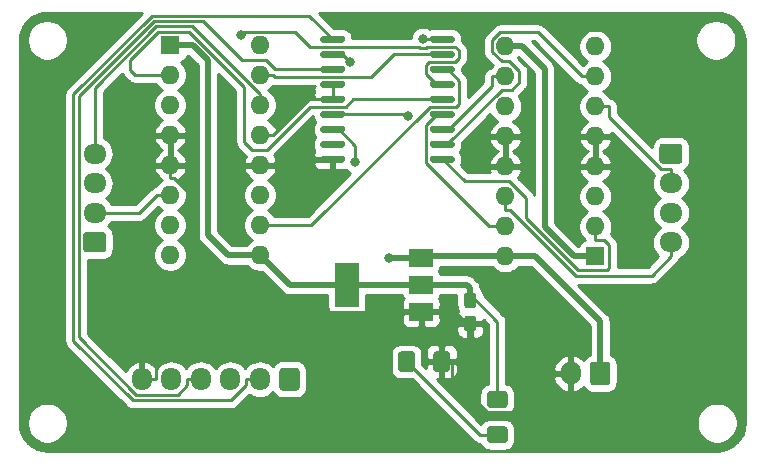
<source format=gbr>
%TF.GenerationSoftware,KiCad,Pcbnew,(5.1.6)-1*%
%TF.CreationDate,2020-07-30T09:39:52+02:00*%
%TF.ProjectId,motor-controller,6d6f746f-722d-4636-9f6e-74726f6c6c65,rev?*%
%TF.SameCoordinates,Original*%
%TF.FileFunction,Copper,L1,Top*%
%TF.FilePolarity,Positive*%
%FSLAX46Y46*%
G04 Gerber Fmt 4.6, Leading zero omitted, Abs format (unit mm)*
G04 Created by KiCad (PCBNEW (5.1.6)-1) date 2020-07-30 09:39:53*
%MOMM*%
%LPD*%
G01*
G04 APERTURE LIST*
%TA.AperFunction,ComponentPad*%
%ADD10O,1.600000X1.600000*%
%TD*%
%TA.AperFunction,ComponentPad*%
%ADD11R,1.600000X1.600000*%
%TD*%
%TA.AperFunction,SMDPad,CuDef*%
%ADD12R,2.000000X1.500000*%
%TD*%
%TA.AperFunction,SMDPad,CuDef*%
%ADD13R,2.000000X3.800000*%
%TD*%
%TA.AperFunction,ComponentPad*%
%ADD14O,1.950000X1.700000*%
%TD*%
%TA.AperFunction,ComponentPad*%
%ADD15O,1.700000X1.950000*%
%TD*%
%TA.AperFunction,ComponentPad*%
%ADD16O,1.700000X2.000000*%
%TD*%
%TA.AperFunction,ViaPad*%
%ADD17C,0.800000*%
%TD*%
%TA.AperFunction,Conductor*%
%ADD18C,0.250000*%
%TD*%
%TA.AperFunction,Conductor*%
%ADD19C,0.500000*%
%TD*%
%TA.AperFunction,Conductor*%
%ADD20C,0.254000*%
%TD*%
G04 APERTURE END LIST*
D10*
%TO.P,U4,16*%
%TO.N,VCC*%
X100520000Y-134200000D03*
%TO.P,U4,8*%
X92900000Y-151980000D03*
%TO.P,U4,15*%
%TO.N,GP7*%
X100520000Y-136740000D03*
%TO.P,U4,7*%
%TO.N,GP5*%
X92900000Y-149440000D03*
%TO.P,U4,14*%
%TO.N,M2D*%
X100520000Y-139280000D03*
%TO.P,U4,6*%
%TO.N,M2B*%
X92900000Y-146900000D03*
%TO.P,U4,13*%
%TO.N,GND*%
X100520000Y-141820000D03*
%TO.P,U4,5*%
X92900000Y-144360000D03*
%TO.P,U4,12*%
X100520000Y-144360000D03*
%TO.P,U4,4*%
X92900000Y-141820000D03*
%TO.P,U4,11*%
%TO.N,M2C*%
X100520000Y-146900000D03*
%TO.P,U4,3*%
%TO.N,M2A*%
X92900000Y-139280000D03*
%TO.P,U4,10*%
%TO.N,GP6*%
X100520000Y-149440000D03*
%TO.P,U4,2*%
%TO.N,GP4*%
X92900000Y-136740000D03*
%TO.P,U4,9*%
%TO.N,+5V*%
X100520000Y-151980000D03*
D11*
%TO.P,U4,1*%
X92900000Y-134200000D03*
%TD*%
%TO.P,R1,2*%
%TO.N,GND*%
%TA.AperFunction,SMDPad,CuDef*%
G36*
G01*
X115175000Y-161625000D02*
X115175000Y-160375000D01*
G75*
G02*
X115425000Y-160125000I250000J0D01*
G01*
X116350000Y-160125000D01*
G75*
G02*
X116600000Y-160375000I0J-250000D01*
G01*
X116600000Y-161625000D01*
G75*
G02*
X116350000Y-161875000I-250000J0D01*
G01*
X115425000Y-161875000D01*
G75*
G02*
X115175000Y-161625000I0J250000D01*
G01*
G37*
%TD.AperFunction*%
%TO.P,R1,1*%
%TO.N,Net-(D1-Pad1)*%
%TA.AperFunction,SMDPad,CuDef*%
G36*
G01*
X112200000Y-161625000D02*
X112200000Y-160375000D01*
G75*
G02*
X112450000Y-160125000I250000J0D01*
G01*
X113375000Y-160125000D01*
G75*
G02*
X113625000Y-160375000I0J-250000D01*
G01*
X113625000Y-161625000D01*
G75*
G02*
X113375000Y-161875000I-250000J0D01*
G01*
X112450000Y-161875000D01*
G75*
G02*
X112200000Y-161625000I0J250000D01*
G01*
G37*
%TD.AperFunction*%
%TD*%
%TO.P,C1,2*%
%TO.N,GND*%
%TA.AperFunction,SMDPad,CuDef*%
G36*
G01*
X118024999Y-157125000D02*
X118575001Y-157125000D01*
G75*
G02*
X118825000Y-157374999I0J-249999D01*
G01*
X118825000Y-158175001D01*
G75*
G02*
X118575001Y-158425000I-249999J0D01*
G01*
X118024999Y-158425000D01*
G75*
G02*
X117775000Y-158175001I0J249999D01*
G01*
X117775000Y-157374999D01*
G75*
G02*
X118024999Y-157125000I249999J0D01*
G01*
G37*
%TD.AperFunction*%
%TO.P,C1,1*%
%TO.N,+5V*%
%TA.AperFunction,SMDPad,CuDef*%
G36*
G01*
X118024999Y-155175000D02*
X118575001Y-155175000D01*
G75*
G02*
X118825000Y-155424999I0J-249999D01*
G01*
X118825000Y-156225001D01*
G75*
G02*
X118575001Y-156475000I-249999J0D01*
G01*
X118024999Y-156475000D01*
G75*
G02*
X117775000Y-156225001I0J249999D01*
G01*
X117775000Y-155424999D01*
G75*
G02*
X118024999Y-155175000I249999J0D01*
G01*
G37*
%TD.AperFunction*%
%TD*%
D12*
%TO.P,U1,1*%
%TO.N,GND*%
X114150000Y-156800000D03*
%TO.P,U1,3*%
%TO.N,VCC*%
X114150000Y-152200000D03*
%TO.P,U1,2*%
%TO.N,+5V*%
X114150000Y-154500000D03*
D13*
X107850000Y-154500000D03*
%TD*%
%TO.P,U2,18*%
%TO.N,+3V3*%
%TA.AperFunction,SMDPad,CuDef*%
G36*
G01*
X114925000Y-133870000D02*
X114925000Y-133570000D01*
G75*
G02*
X115075000Y-133420000I150000J0D01*
G01*
X116825000Y-133420000D01*
G75*
G02*
X116975000Y-133570000I0J-150000D01*
G01*
X116975000Y-133870000D01*
G75*
G02*
X116825000Y-134020000I-150000J0D01*
G01*
X115075000Y-134020000D01*
G75*
G02*
X114925000Y-133870000I0J150000D01*
G01*
G37*
%TD.AperFunction*%
%TO.P,U2,17*%
%TO.N,GP7*%
%TA.AperFunction,SMDPad,CuDef*%
G36*
G01*
X114925000Y-135140000D02*
X114925000Y-134840000D01*
G75*
G02*
X115075000Y-134690000I150000J0D01*
G01*
X116825000Y-134690000D01*
G75*
G02*
X116975000Y-134840000I0J-150000D01*
G01*
X116975000Y-135140000D01*
G75*
G02*
X116825000Y-135290000I-150000J0D01*
G01*
X115075000Y-135290000D01*
G75*
G02*
X114925000Y-135140000I0J150000D01*
G01*
G37*
%TD.AperFunction*%
%TO.P,U2,16*%
%TO.N,GP6*%
%TA.AperFunction,SMDPad,CuDef*%
G36*
G01*
X114925000Y-136410000D02*
X114925000Y-136110000D01*
G75*
G02*
X115075000Y-135960000I150000J0D01*
G01*
X116825000Y-135960000D01*
G75*
G02*
X116975000Y-136110000I0J-150000D01*
G01*
X116975000Y-136410000D01*
G75*
G02*
X116825000Y-136560000I-150000J0D01*
G01*
X115075000Y-136560000D01*
G75*
G02*
X114925000Y-136410000I0J150000D01*
G01*
G37*
%TD.AperFunction*%
%TO.P,U2,15*%
%TO.N,GP5*%
%TA.AperFunction,SMDPad,CuDef*%
G36*
G01*
X114925000Y-137680000D02*
X114925000Y-137380000D01*
G75*
G02*
X115075000Y-137230000I150000J0D01*
G01*
X116825000Y-137230000D01*
G75*
G02*
X116975000Y-137380000I0J-150000D01*
G01*
X116975000Y-137680000D01*
G75*
G02*
X116825000Y-137830000I-150000J0D01*
G01*
X115075000Y-137830000D01*
G75*
G02*
X114925000Y-137680000I0J150000D01*
G01*
G37*
%TD.AperFunction*%
%TO.P,U2,14*%
%TO.N,GP4*%
%TA.AperFunction,SMDPad,CuDef*%
G36*
G01*
X114925000Y-138950000D02*
X114925000Y-138650000D01*
G75*
G02*
X115075000Y-138500000I150000J0D01*
G01*
X116825000Y-138500000D01*
G75*
G02*
X116975000Y-138650000I0J-150000D01*
G01*
X116975000Y-138950000D01*
G75*
G02*
X116825000Y-139100000I-150000J0D01*
G01*
X115075000Y-139100000D01*
G75*
G02*
X114925000Y-138950000I0J150000D01*
G01*
G37*
%TD.AperFunction*%
%TO.P,U2,13*%
%TO.N,GP3*%
%TA.AperFunction,SMDPad,CuDef*%
G36*
G01*
X114925000Y-140220000D02*
X114925000Y-139920000D01*
G75*
G02*
X115075000Y-139770000I150000J0D01*
G01*
X116825000Y-139770000D01*
G75*
G02*
X116975000Y-139920000I0J-150000D01*
G01*
X116975000Y-140220000D01*
G75*
G02*
X116825000Y-140370000I-150000J0D01*
G01*
X115075000Y-140370000D01*
G75*
G02*
X114925000Y-140220000I0J150000D01*
G01*
G37*
%TD.AperFunction*%
%TO.P,U2,12*%
%TO.N,GP2*%
%TA.AperFunction,SMDPad,CuDef*%
G36*
G01*
X114925000Y-141490000D02*
X114925000Y-141190000D01*
G75*
G02*
X115075000Y-141040000I150000J0D01*
G01*
X116825000Y-141040000D01*
G75*
G02*
X116975000Y-141190000I0J-150000D01*
G01*
X116975000Y-141490000D01*
G75*
G02*
X116825000Y-141640000I-150000J0D01*
G01*
X115075000Y-141640000D01*
G75*
G02*
X114925000Y-141490000I0J150000D01*
G01*
G37*
%TD.AperFunction*%
%TO.P,U2,11*%
%TO.N,GP1*%
%TA.AperFunction,SMDPad,CuDef*%
G36*
G01*
X114925000Y-142760000D02*
X114925000Y-142460000D01*
G75*
G02*
X115075000Y-142310000I150000J0D01*
G01*
X116825000Y-142310000D01*
G75*
G02*
X116975000Y-142460000I0J-150000D01*
G01*
X116975000Y-142760000D01*
G75*
G02*
X116825000Y-142910000I-150000J0D01*
G01*
X115075000Y-142910000D01*
G75*
G02*
X114925000Y-142760000I0J150000D01*
G01*
G37*
%TD.AperFunction*%
%TO.P,U2,10*%
%TO.N,GP0*%
%TA.AperFunction,SMDPad,CuDef*%
G36*
G01*
X114925000Y-144030000D02*
X114925000Y-143730000D01*
G75*
G02*
X115075000Y-143580000I150000J0D01*
G01*
X116825000Y-143580000D01*
G75*
G02*
X116975000Y-143730000I0J-150000D01*
G01*
X116975000Y-144030000D01*
G75*
G02*
X116825000Y-144180000I-150000J0D01*
G01*
X115075000Y-144180000D01*
G75*
G02*
X114925000Y-144030000I0J150000D01*
G01*
G37*
%TD.AperFunction*%
%TO.P,U2,9*%
%TO.N,GND*%
%TA.AperFunction,SMDPad,CuDef*%
G36*
G01*
X105625000Y-144030000D02*
X105625000Y-143730000D01*
G75*
G02*
X105775000Y-143580000I150000J0D01*
G01*
X107525000Y-143580000D01*
G75*
G02*
X107675000Y-143730000I0J-150000D01*
G01*
X107675000Y-144030000D01*
G75*
G02*
X107525000Y-144180000I-150000J0D01*
G01*
X105775000Y-144180000D01*
G75*
G02*
X105625000Y-144030000I0J150000D01*
G01*
G37*
%TD.AperFunction*%
%TO.P,U2,8*%
%TO.N,Net-(U2-Pad8)*%
%TA.AperFunction,SMDPad,CuDef*%
G36*
G01*
X105625000Y-142760000D02*
X105625000Y-142460000D01*
G75*
G02*
X105775000Y-142310000I150000J0D01*
G01*
X107525000Y-142310000D01*
G75*
G02*
X107675000Y-142460000I0J-150000D01*
G01*
X107675000Y-142760000D01*
G75*
G02*
X107525000Y-142910000I-150000J0D01*
G01*
X105775000Y-142910000D01*
G75*
G02*
X105625000Y-142760000I0J150000D01*
G01*
G37*
%TD.AperFunction*%
%TO.P,U2,7*%
%TO.N,CS*%
%TA.AperFunction,SMDPad,CuDef*%
G36*
G01*
X105625000Y-141490000D02*
X105625000Y-141190000D01*
G75*
G02*
X105775000Y-141040000I150000J0D01*
G01*
X107525000Y-141040000D01*
G75*
G02*
X107675000Y-141190000I0J-150000D01*
G01*
X107675000Y-141490000D01*
G75*
G02*
X107525000Y-141640000I-150000J0D01*
G01*
X105775000Y-141640000D01*
G75*
G02*
X105625000Y-141490000I0J150000D01*
G01*
G37*
%TD.AperFunction*%
%TO.P,U2,6*%
%TO.N,+3V3*%
%TA.AperFunction,SMDPad,CuDef*%
G36*
G01*
X105625000Y-140220000D02*
X105625000Y-139920000D01*
G75*
G02*
X105775000Y-139770000I150000J0D01*
G01*
X107525000Y-139770000D01*
G75*
G02*
X107675000Y-139920000I0J-150000D01*
G01*
X107675000Y-140220000D01*
G75*
G02*
X107525000Y-140370000I-150000J0D01*
G01*
X105775000Y-140370000D01*
G75*
G02*
X105625000Y-140220000I0J150000D01*
G01*
G37*
%TD.AperFunction*%
%TO.P,U2,5*%
%TO.N,GND*%
%TA.AperFunction,SMDPad,CuDef*%
G36*
G01*
X105625000Y-138950000D02*
X105625000Y-138650000D01*
G75*
G02*
X105775000Y-138500000I150000J0D01*
G01*
X107525000Y-138500000D01*
G75*
G02*
X107675000Y-138650000I0J-150000D01*
G01*
X107675000Y-138950000D01*
G75*
G02*
X107525000Y-139100000I-150000J0D01*
G01*
X105775000Y-139100000D01*
G75*
G02*
X105625000Y-138950000I0J150000D01*
G01*
G37*
%TD.AperFunction*%
%TO.P,U2,4*%
%TA.AperFunction,SMDPad,CuDef*%
G36*
G01*
X105625000Y-137680000D02*
X105625000Y-137380000D01*
G75*
G02*
X105775000Y-137230000I150000J0D01*
G01*
X107525000Y-137230000D01*
G75*
G02*
X107675000Y-137380000I0J-150000D01*
G01*
X107675000Y-137680000D01*
G75*
G02*
X107525000Y-137830000I-150000J0D01*
G01*
X105775000Y-137830000D01*
G75*
G02*
X105625000Y-137680000I0J150000D01*
G01*
G37*
%TD.AperFunction*%
%TO.P,U2,3*%
%TO.N,MISO*%
%TA.AperFunction,SMDPad,CuDef*%
G36*
G01*
X105625000Y-136410000D02*
X105625000Y-136110000D01*
G75*
G02*
X105775000Y-135960000I150000J0D01*
G01*
X107525000Y-135960000D01*
G75*
G02*
X107675000Y-136110000I0J-150000D01*
G01*
X107675000Y-136410000D01*
G75*
G02*
X107525000Y-136560000I-150000J0D01*
G01*
X105775000Y-136560000D01*
G75*
G02*
X105625000Y-136410000I0J150000D01*
G01*
G37*
%TD.AperFunction*%
%TO.P,U2,2*%
%TO.N,MOSI*%
%TA.AperFunction,SMDPad,CuDef*%
G36*
G01*
X105625000Y-135140000D02*
X105625000Y-134840000D01*
G75*
G02*
X105775000Y-134690000I150000J0D01*
G01*
X107525000Y-134690000D01*
G75*
G02*
X107675000Y-134840000I0J-150000D01*
G01*
X107675000Y-135140000D01*
G75*
G02*
X107525000Y-135290000I-150000J0D01*
G01*
X105775000Y-135290000D01*
G75*
G02*
X105625000Y-135140000I0J150000D01*
G01*
G37*
%TD.AperFunction*%
%TO.P,U2,1*%
%TO.N,SCK*%
%TA.AperFunction,SMDPad,CuDef*%
G36*
G01*
X105625000Y-133870000D02*
X105625000Y-133570000D01*
G75*
G02*
X105775000Y-133420000I150000J0D01*
G01*
X107525000Y-133420000D01*
G75*
G02*
X107675000Y-133570000I0J-150000D01*
G01*
X107675000Y-133870000D01*
G75*
G02*
X107525000Y-134020000I-150000J0D01*
G01*
X105775000Y-134020000D01*
G75*
G02*
X105625000Y-133870000I0J150000D01*
G01*
G37*
%TD.AperFunction*%
%TD*%
D10*
%TO.P,U3,16*%
%TO.N,VCC*%
X121280000Y-152100000D03*
%TO.P,U3,8*%
X128900000Y-134320000D03*
%TO.P,U3,15*%
%TO.N,GP3*%
X121280000Y-149560000D03*
%TO.P,U3,7*%
%TO.N,GP1*%
X128900000Y-136860000D03*
%TO.P,U3,14*%
%TO.N,M1D*%
X121280000Y-147020000D03*
%TO.P,U3,6*%
%TO.N,M1B*%
X128900000Y-139400000D03*
%TO.P,U3,13*%
%TO.N,GND*%
X121280000Y-144480000D03*
%TO.P,U3,5*%
X128900000Y-141940000D03*
%TO.P,U3,12*%
X121280000Y-141940000D03*
%TO.P,U3,4*%
X128900000Y-144480000D03*
%TO.P,U3,11*%
%TO.N,M1C*%
X121280000Y-139400000D03*
%TO.P,U3,3*%
%TO.N,M1A*%
X128900000Y-147020000D03*
%TO.P,U3,10*%
%TO.N,GP2*%
X121280000Y-136860000D03*
%TO.P,U3,2*%
%TO.N,GP0*%
X128900000Y-149560000D03*
%TO.P,U3,9*%
%TO.N,+5V*%
X121280000Y-134320000D03*
D11*
%TO.P,U3,1*%
X128900000Y-152100000D03*
%TD*%
D14*
%TO.P,J4,4*%
%TO.N,M2D*%
X86500000Y-143400000D03*
%TO.P,J4,3*%
%TO.N,M2C*%
X86500000Y-145900000D03*
%TO.P,J4,2*%
%TO.N,M2B*%
X86500000Y-148400000D03*
%TO.P,J4,1*%
%TO.N,M2A*%
%TA.AperFunction,ComponentPad*%
G36*
G01*
X87225000Y-151750000D02*
X85775000Y-151750000D01*
G75*
G02*
X85525000Y-151500000I0J250000D01*
G01*
X85525000Y-150300000D01*
G75*
G02*
X85775000Y-150050000I250000J0D01*
G01*
X87225000Y-150050000D01*
G75*
G02*
X87475000Y-150300000I0J-250000D01*
G01*
X87475000Y-151500000D01*
G75*
G02*
X87225000Y-151750000I-250000J0D01*
G01*
G37*
%TD.AperFunction*%
%TD*%
%TO.P,J3,4*%
%TO.N,M1D*%
X135300000Y-150900000D03*
%TO.P,J3,3*%
%TO.N,M1C*%
X135300000Y-148400000D03*
%TO.P,J3,2*%
%TO.N,M1B*%
X135300000Y-145900000D03*
%TO.P,J3,1*%
%TO.N,M1A*%
%TA.AperFunction,ComponentPad*%
G36*
G01*
X134575000Y-142550000D02*
X136025000Y-142550000D01*
G75*
G02*
X136275000Y-142800000I0J-250000D01*
G01*
X136275000Y-144000000D01*
G75*
G02*
X136025000Y-144250000I-250000J0D01*
G01*
X134575000Y-144250000D01*
G75*
G02*
X134325000Y-144000000I0J250000D01*
G01*
X134325000Y-142800000D01*
G75*
G02*
X134575000Y-142550000I250000J0D01*
G01*
G37*
%TD.AperFunction*%
%TD*%
D15*
%TO.P,J2,6*%
%TO.N,GND*%
X90500000Y-162500000D03*
%TO.P,J2,5*%
%TO.N,CS*%
X93000000Y-162500000D03*
%TO.P,J2,4*%
%TO.N,MISO*%
X95500000Y-162500000D03*
%TO.P,J2,3*%
%TO.N,MOSI*%
X98000000Y-162500000D03*
%TO.P,J2,2*%
%TO.N,SCK*%
X100500000Y-162500000D03*
%TO.P,J2,1*%
%TO.N,+3V3*%
%TA.AperFunction,ComponentPad*%
G36*
G01*
X103850000Y-161775000D02*
X103850000Y-163225000D01*
G75*
G02*
X103600000Y-163475000I-250000J0D01*
G01*
X102400000Y-163475000D01*
G75*
G02*
X102150000Y-163225000I0J250000D01*
G01*
X102150000Y-161775000D01*
G75*
G02*
X102400000Y-161525000I250000J0D01*
G01*
X103600000Y-161525000D01*
G75*
G02*
X103850000Y-161775000I0J-250000D01*
G01*
G37*
%TD.AperFunction*%
%TD*%
D16*
%TO.P,J1,2*%
%TO.N,GND*%
X126800000Y-162000000D03*
%TO.P,J1,1*%
%TO.N,VCC*%
%TA.AperFunction,ComponentPad*%
G36*
G01*
X130150000Y-161250000D02*
X130150000Y-162750000D01*
G75*
G02*
X129900000Y-163000000I-250000J0D01*
G01*
X128700000Y-163000000D01*
G75*
G02*
X128450000Y-162750000I0J250000D01*
G01*
X128450000Y-161250000D01*
G75*
G02*
X128700000Y-161000000I250000J0D01*
G01*
X129900000Y-161000000D01*
G75*
G02*
X130150000Y-161250000I0J-250000D01*
G01*
G37*
%TD.AperFunction*%
%TD*%
%TO.P,D1,2*%
%TO.N,+5V*%
%TA.AperFunction,SMDPad,CuDef*%
G36*
G01*
X121225000Y-164925000D02*
X119975000Y-164925000D01*
G75*
G02*
X119725000Y-164675000I0J250000D01*
G01*
X119725000Y-163750000D01*
G75*
G02*
X119975000Y-163500000I250000J0D01*
G01*
X121225000Y-163500000D01*
G75*
G02*
X121475000Y-163750000I0J-250000D01*
G01*
X121475000Y-164675000D01*
G75*
G02*
X121225000Y-164925000I-250000J0D01*
G01*
G37*
%TD.AperFunction*%
%TO.P,D1,1*%
%TO.N,Net-(D1-Pad1)*%
%TA.AperFunction,SMDPad,CuDef*%
G36*
G01*
X121225000Y-167900000D02*
X119975000Y-167900000D01*
G75*
G02*
X119725000Y-167650000I0J250000D01*
G01*
X119725000Y-166725000D01*
G75*
G02*
X119975000Y-166475000I250000J0D01*
G01*
X121225000Y-166475000D01*
G75*
G02*
X121475000Y-166725000I0J-250000D01*
G01*
X121475000Y-167650000D01*
G75*
G02*
X121225000Y-167900000I-250000J0D01*
G01*
G37*
%TD.AperFunction*%
%TD*%
D17*
%TO.N,VCC*%
X111400000Y-152200000D03*
%TO.N,CS*%
X108573300Y-144130600D03*
%TO.N,MOSI*%
X108138200Y-135653100D03*
%TO.N,+3V3*%
X114297400Y-133678200D03*
X113039500Y-140226700D03*
%TO.N,GP5*%
X98912700Y-133330200D03*
%TD*%
D18*
%TO.N,GND*%
X100520000Y-141820000D02*
X101645300Y-141820000D01*
X101645300Y-141820000D02*
X104665300Y-138800000D01*
X104665300Y-138800000D02*
X106650000Y-138800000D01*
X94775000Y-156800000D02*
X94775000Y-147079000D01*
X94775000Y-147079000D02*
X93181300Y-145485300D01*
X93181300Y-145485300D02*
X92900000Y-145485300D01*
X91675300Y-162500000D02*
X91675300Y-159899700D01*
X91675300Y-159899700D02*
X94775000Y-156800000D01*
X92900000Y-144360000D02*
X92900000Y-145485300D01*
X90500000Y-162500000D02*
X91675300Y-162500000D01*
X100520000Y-144360000D02*
X101645300Y-144360000D01*
X106650000Y-143880000D02*
X102125300Y-143880000D01*
X102125300Y-143880000D02*
X101645300Y-144360000D01*
X106650000Y-137530000D02*
X106650000Y-138800000D01*
D19*
X118300000Y-157775000D02*
X117875000Y-157775000D01*
D18*
X114150000Y-156800000D02*
X94775000Y-156800000D01*
D19*
X116900000Y-156800000D02*
X114150000Y-156800000D01*
X117875000Y-157775000D02*
X116900000Y-156800000D01*
X118300000Y-157775000D02*
X118300000Y-160300000D01*
X118300000Y-160300000D02*
X117600000Y-161000000D01*
X117600000Y-161000000D02*
X116744000Y-161000000D01*
D18*
X115888000Y-161000000D02*
X115887500Y-161000000D01*
D19*
X116744000Y-161000000D02*
X115888000Y-161000000D01*
D18*
X126800000Y-162000000D02*
X125624700Y-162000000D01*
X122347900Y-165276800D02*
X125624700Y-162000000D01*
X119706300Y-165276800D02*
X122347900Y-165276800D01*
X116744000Y-162314500D02*
X119706300Y-165276800D01*
X116744000Y-161000000D02*
X116744000Y-162314500D01*
D19*
%TO.N,+5V*%
X92900000Y-134200000D02*
X94800000Y-134200000D01*
X94800000Y-134200000D02*
X96100000Y-135500000D01*
X96100000Y-135500000D02*
X96100000Y-150300000D01*
X96100000Y-150300000D02*
X97780000Y-151980000D01*
X97780000Y-151980000D02*
X100520000Y-151980000D01*
X121280000Y-134320000D02*
X122720000Y-134320000D01*
X122720000Y-134320000D02*
X124600000Y-136200000D01*
X124600000Y-136200000D02*
X124600000Y-149600000D01*
X124600000Y-149600000D02*
X127100000Y-152100000D01*
X127100000Y-152100000D02*
X128900000Y-152100000D01*
X103040000Y-154500000D02*
X100520000Y-151980000D01*
X107850000Y-154500000D02*
X103040000Y-154500000D01*
X114150000Y-154500000D02*
X107850000Y-154500000D01*
D18*
X120600000Y-157612500D02*
X120600000Y-164212500D01*
D19*
X118300000Y-155825000D02*
X118300000Y-155312500D01*
D18*
X118300000Y-155312500D02*
X120600000Y-157612500D01*
D19*
X118300000Y-155312500D02*
X118300000Y-154800000D01*
X118300000Y-154800000D02*
X118000000Y-154500000D01*
X118000000Y-154500000D02*
X114150000Y-154500000D01*
D18*
%TO.N,Net-(D1-Pad1)*%
X120600000Y-167187500D02*
X119100000Y-167187500D01*
X119100000Y-167187500D02*
X112912500Y-161000000D01*
D19*
%TO.N,VCC*%
X121280000Y-152100000D02*
X123800000Y-152100000D01*
X123800000Y-152100000D02*
X129300000Y-157600000D01*
X129300000Y-157600000D02*
X129300000Y-162000000D01*
X114250000Y-152100000D02*
X114150000Y-152200000D01*
X121280000Y-152100000D02*
X114250000Y-152100000D01*
X114150000Y-152200000D02*
X111400000Y-152200000D01*
D18*
%TO.N,CS*%
X106650000Y-141340000D02*
X107197300Y-141340000D01*
X107197300Y-141340000D02*
X108573300Y-142716000D01*
X108573300Y-142716000D02*
X108573300Y-144130600D01*
%TO.N,MISO*%
X94324700Y-162500000D02*
X95500000Y-162500000D01*
X95657500Y-132169900D02*
X91538500Y-132169900D01*
X101020000Y-135480000D02*
X98967600Y-135480000D01*
X98967600Y-135480000D02*
X95657500Y-132169900D01*
X106650000Y-136260000D02*
X101800000Y-136260000D01*
X91538500Y-132169900D02*
X85162500Y-138545900D01*
X101800000Y-136260000D02*
X101020000Y-135480000D01*
X93533200Y-163805700D02*
X94324700Y-163014200D01*
X85162500Y-138545900D02*
X85162500Y-158955400D01*
X90012800Y-163805700D02*
X93533200Y-163805700D01*
X85162500Y-158955400D02*
X90012800Y-163805700D01*
X94324700Y-163014200D02*
X94324700Y-162500000D01*
%TO.N,MOSI*%
X108138200Y-135653100D02*
X107475100Y-134990000D01*
X107475100Y-134990000D02*
X106650000Y-134990000D01*
%TO.N,SCK*%
X100500000Y-162500000D02*
X99324700Y-162500000D01*
X106650000Y-133720000D02*
X104645800Y-131715800D01*
X104645800Y-131715800D02*
X91355700Y-131715800D01*
X91355700Y-131715800D02*
X84712100Y-138359400D01*
X84712100Y-138359400D02*
X84712100Y-159262800D01*
X84712100Y-159262800D02*
X89738900Y-164289600D01*
X89738900Y-164289600D02*
X98049300Y-164289600D01*
X98049300Y-164289600D02*
X99324700Y-163014200D01*
X99324700Y-163014200D02*
X99324700Y-162500000D01*
%TO.N,+3V3*%
X115950000Y-133720000D02*
X114339200Y-133720000D01*
X114339200Y-133720000D02*
X114297400Y-133678200D01*
X106650000Y-140070000D02*
X112882800Y-140070000D01*
X112882800Y-140070000D02*
X113039500Y-140226700D01*
%TO.N,M1D*%
X121280000Y-148145300D02*
X121677400Y-148145300D01*
X121677400Y-148145300D02*
X127246500Y-153714400D01*
X127246500Y-153714400D02*
X133660900Y-153714400D01*
X133660900Y-153714400D02*
X135300000Y-152075300D01*
X121280000Y-147020000D02*
X121280000Y-148145300D01*
X135300000Y-150900000D02*
X135300000Y-152075300D01*
%TO.N,M1B*%
X128900000Y-139400000D02*
X130025300Y-139400000D01*
X135300000Y-145900000D02*
X135300000Y-144724700D01*
X135300000Y-144724700D02*
X134476700Y-144724700D01*
X134476700Y-144724700D02*
X130025300Y-140273300D01*
X130025300Y-140273300D02*
X130025300Y-139400000D01*
%TO.N,M2D*%
X100520000Y-139150000D02*
X100520000Y-139280000D01*
X100520000Y-139160000D02*
X100520000Y-139280000D01*
X100520000Y-139280000D02*
X100520000Y-139170000D01*
X86500000Y-137845300D02*
X86500000Y-143400000D01*
X91721100Y-132624200D02*
X86500000Y-137845300D01*
X94762800Y-132624200D02*
X91721100Y-132624200D01*
X100520000Y-139280000D02*
X100520000Y-138381400D01*
X100520000Y-138381400D02*
X94762800Y-132624200D01*
%TO.N,M2B*%
X92900000Y-146900000D02*
X91774700Y-146900000D01*
X86500000Y-148400000D02*
X90274700Y-148400000D01*
X90274700Y-148400000D02*
X91774700Y-146900000D01*
%TO.N,GP7*%
X100520000Y-136740000D02*
X101645300Y-136740000D01*
X115950000Y-134990000D02*
X111847700Y-134990000D01*
X111847700Y-134990000D02*
X109942700Y-136895000D01*
X109942700Y-136895000D02*
X101800300Y-136895000D01*
X101800300Y-136895000D02*
X101645300Y-136740000D01*
%TO.N,GP6*%
X115950000Y-136260000D02*
X116395000Y-136260000D01*
X116395000Y-136260000D02*
X117360600Y-137225600D01*
X117360600Y-137225600D02*
X117360600Y-139189600D01*
X117360600Y-139189600D02*
X117115200Y-139435000D01*
X117115200Y-139435000D02*
X114857200Y-139435000D01*
X114857200Y-139435000D02*
X104852200Y-149440000D01*
X104852200Y-149440000D02*
X100520000Y-149440000D01*
%TO.N,GP5*%
X117041400Y-134355000D02*
X114661600Y-134355000D01*
X117331500Y-134645100D02*
X117041400Y-134355000D01*
X114591400Y-134425200D02*
X114018600Y-134425200D01*
X114018600Y-134425200D02*
X113948400Y-134355000D01*
X114661600Y-134355000D02*
X114591400Y-134425200D01*
X117331500Y-135321900D02*
X117331500Y-134645100D01*
X117028400Y-135625000D02*
X117331500Y-135321900D01*
X114833300Y-135625000D02*
X117028400Y-135625000D01*
X114599000Y-135859300D02*
X114833300Y-135625000D01*
X114599000Y-136685700D02*
X114599000Y-135859300D01*
X115950000Y-137530000D02*
X115443300Y-137530000D01*
X99168300Y-133074600D02*
X98912700Y-133330200D01*
X115443300Y-137530000D02*
X114599000Y-136685700D01*
X113948400Y-134355000D02*
X104752600Y-134355000D01*
X103472200Y-133074600D02*
X99168300Y-133074600D01*
X104752600Y-134355000D02*
X103472200Y-133074600D01*
%TO.N,GP4*%
X108401700Y-138800000D02*
X115950000Y-138800000D01*
X107766700Y-139435000D02*
X108401700Y-138800000D01*
X89500000Y-136300000D02*
X89500000Y-135482200D01*
X91907600Y-133074600D02*
X94490900Y-133074600D01*
X104705200Y-139435000D02*
X107766700Y-139435000D01*
X89940000Y-136740000D02*
X89500000Y-136300000D01*
X89500000Y-135482200D02*
X91907600Y-133074600D01*
X92900000Y-136740000D02*
X89940000Y-136740000D01*
X101146900Y-142993300D02*
X104705200Y-139435000D01*
X101146900Y-142993300D02*
X101146700Y-142993300D01*
X101146700Y-142993300D02*
X101090000Y-143050000D01*
X101090000Y-143050000D02*
X99830000Y-143050000D01*
X99183150Y-142403150D02*
X99183150Y-137766850D01*
X99830000Y-143050000D02*
X99183150Y-142403150D01*
X94490900Y-133074600D02*
X99183150Y-137766850D01*
%TO.N,GP3*%
X115950000Y-140070000D02*
X115522700Y-140070000D01*
X115522700Y-140070000D02*
X114599000Y-140993700D01*
X114599000Y-140993700D02*
X114599000Y-144227900D01*
X114599000Y-144227900D02*
X119931100Y-149560000D01*
X119931100Y-149560000D02*
X121280000Y-149560000D01*
%TO.N,GP2*%
X121280000Y-136860000D02*
X120154700Y-136860000D01*
X115950000Y-141340000D02*
X116481200Y-141340000D01*
X116481200Y-141340000D02*
X120154700Y-137666500D01*
X120154700Y-137666500D02*
X120154700Y-136860000D01*
%TO.N,GP1*%
X128900000Y-136860000D02*
X127774700Y-136860000D01*
X127774700Y-136860000D02*
X124041400Y-133126700D01*
X124041400Y-133126700D02*
X120839300Y-133126700D01*
X120839300Y-133126700D02*
X120154600Y-133811400D01*
X120154600Y-133811400D02*
X120154600Y-134792100D01*
X120154600Y-134792100D02*
X120952500Y-135590000D01*
X120952500Y-135590000D02*
X121617200Y-135590000D01*
X121617200Y-135590000D02*
X122452800Y-136425600D01*
X122452800Y-136425600D02*
X122452800Y-137354100D01*
X122452800Y-137354100D02*
X121821500Y-137985400D01*
X121821500Y-137985400D02*
X121002000Y-137985400D01*
X121002000Y-137985400D02*
X116377400Y-142610000D01*
X116377400Y-142610000D02*
X115950000Y-142610000D01*
%TO.N,GP0*%
X128900000Y-149560000D02*
X128900000Y-150685300D01*
X115950000Y-143880000D02*
X117820000Y-145750000D01*
X117820000Y-145750000D02*
X121621800Y-145750000D01*
X121621800Y-145750000D02*
X122985200Y-147113400D01*
X122985200Y-147113400D02*
X122985200Y-148816200D01*
X122985200Y-148816200D02*
X127394400Y-153225400D01*
X127394400Y-153225400D02*
X129898800Y-153225400D01*
X129898800Y-153225400D02*
X130025300Y-153098900D01*
X130025300Y-153098900D02*
X130025300Y-151107200D01*
X130025300Y-151107200D02*
X129603400Y-150685300D01*
X129603400Y-150685300D02*
X128900000Y-150685300D01*
%TD*%
D20*
%TO.N,GND*%
G36*
X84201103Y-137795596D02*
G01*
X84172099Y-137819399D01*
X84127135Y-137874188D01*
X84077126Y-137935124D01*
X84015190Y-138050997D01*
X84006554Y-138067154D01*
X83963097Y-138210415D01*
X83952100Y-138322068D01*
X83952100Y-138322078D01*
X83948424Y-138359400D01*
X83952100Y-138396722D01*
X83952101Y-159225467D01*
X83948424Y-159262800D01*
X83963098Y-159411785D01*
X84006554Y-159555046D01*
X84077126Y-159687076D01*
X84145596Y-159770506D01*
X84172100Y-159802801D01*
X84201098Y-159826599D01*
X89175101Y-164800603D01*
X89198899Y-164829601D01*
X89314624Y-164924574D01*
X89446653Y-164995146D01*
X89589914Y-165038603D01*
X89701567Y-165049600D01*
X89701575Y-165049600D01*
X89738900Y-165053276D01*
X89776225Y-165049600D01*
X98011978Y-165049600D01*
X98049300Y-165053276D01*
X98086622Y-165049600D01*
X98086633Y-165049600D01*
X98198286Y-165038603D01*
X98341547Y-164995146D01*
X98473576Y-164924574D01*
X98589301Y-164829601D01*
X98613104Y-164800597D01*
X99603434Y-163810268D01*
X99670986Y-163865706D01*
X99928966Y-164003599D01*
X100208889Y-164088513D01*
X100500000Y-164117185D01*
X100791110Y-164088513D01*
X101071033Y-164003599D01*
X101329013Y-163865706D01*
X101555134Y-163680134D01*
X101607223Y-163616663D01*
X101661595Y-163718386D01*
X101772038Y-163852962D01*
X101906614Y-163963405D01*
X102060150Y-164045472D01*
X102226746Y-164096008D01*
X102400000Y-164113072D01*
X103600000Y-164113072D01*
X103773254Y-164096008D01*
X103939850Y-164045472D01*
X104093386Y-163963405D01*
X104227962Y-163852962D01*
X104338405Y-163718386D01*
X104420472Y-163564850D01*
X104471008Y-163398254D01*
X104488072Y-163225000D01*
X104488072Y-161775000D01*
X104471008Y-161601746D01*
X104420472Y-161435150D01*
X104338405Y-161281614D01*
X104227962Y-161147038D01*
X104093386Y-161036595D01*
X103939850Y-160954528D01*
X103773254Y-160903992D01*
X103600000Y-160886928D01*
X102400000Y-160886928D01*
X102226746Y-160903992D01*
X102060150Y-160954528D01*
X101906614Y-161036595D01*
X101772038Y-161147038D01*
X101661595Y-161281614D01*
X101607223Y-161383337D01*
X101555134Y-161319866D01*
X101329014Y-161134294D01*
X101071034Y-160996401D01*
X100791111Y-160911487D01*
X100500000Y-160882815D01*
X100208890Y-160911487D01*
X99928967Y-160996401D01*
X99670987Y-161134294D01*
X99444866Y-161319866D01*
X99259294Y-161545986D01*
X99250000Y-161563374D01*
X99240706Y-161545986D01*
X99055134Y-161319866D01*
X98829014Y-161134294D01*
X98571034Y-160996401D01*
X98291111Y-160911487D01*
X98000000Y-160882815D01*
X97708890Y-160911487D01*
X97428967Y-160996401D01*
X97170987Y-161134294D01*
X96944866Y-161319866D01*
X96759294Y-161545986D01*
X96750000Y-161563374D01*
X96740706Y-161545986D01*
X96555134Y-161319866D01*
X96329014Y-161134294D01*
X96071034Y-160996401D01*
X95791111Y-160911487D01*
X95500000Y-160882815D01*
X95208890Y-160911487D01*
X94928967Y-160996401D01*
X94670987Y-161134294D01*
X94444866Y-161319866D01*
X94259294Y-161545986D01*
X94250000Y-161563374D01*
X94240706Y-161545986D01*
X94055134Y-161319866D01*
X93829014Y-161134294D01*
X93571034Y-160996401D01*
X93291111Y-160911487D01*
X93000000Y-160882815D01*
X92708890Y-160911487D01*
X92428967Y-160996401D01*
X92170987Y-161134294D01*
X91944866Y-161319866D01*
X91759294Y-161545986D01*
X91745538Y-161571722D01*
X91589049Y-161365571D01*
X91371193Y-161172504D01*
X91119858Y-161025648D01*
X90856890Y-160933524D01*
X90627000Y-161054845D01*
X90627000Y-162373000D01*
X90647000Y-162373000D01*
X90647000Y-162627000D01*
X90627000Y-162627000D01*
X90627000Y-162647000D01*
X90373000Y-162647000D01*
X90373000Y-162627000D01*
X90353000Y-162627000D01*
X90353000Y-162373000D01*
X90373000Y-162373000D01*
X90373000Y-161054845D01*
X90143110Y-160933524D01*
X89880142Y-161025648D01*
X89628807Y-161172504D01*
X89410951Y-161365571D01*
X89234947Y-161597430D01*
X89118529Y-161836628D01*
X87656901Y-160375000D01*
X111561928Y-160375000D01*
X111561928Y-161625000D01*
X111578992Y-161798254D01*
X111629528Y-161964850D01*
X111711595Y-162118386D01*
X111822038Y-162252962D01*
X111956614Y-162363405D01*
X112110150Y-162445472D01*
X112276746Y-162496008D01*
X112450000Y-162513072D01*
X113350771Y-162513072D01*
X118536205Y-167698508D01*
X118559999Y-167727501D01*
X118588992Y-167751295D01*
X118588996Y-167751299D01*
X118659685Y-167809311D01*
X118675724Y-167822474D01*
X118807753Y-167893046D01*
X118951014Y-167936503D01*
X119062667Y-167947500D01*
X119062676Y-167947500D01*
X119099999Y-167951176D01*
X119137322Y-167947500D01*
X119141681Y-167947500D01*
X119154528Y-167989850D01*
X119236595Y-168143386D01*
X119347038Y-168277962D01*
X119481614Y-168388405D01*
X119635150Y-168470472D01*
X119801746Y-168521008D01*
X119975000Y-168538072D01*
X121225000Y-168538072D01*
X121398254Y-168521008D01*
X121564850Y-168470472D01*
X121718386Y-168388405D01*
X121852962Y-168277962D01*
X121963405Y-168143386D01*
X122045472Y-167989850D01*
X122096008Y-167823254D01*
X122113072Y-167650000D01*
X122113072Y-166725000D01*
X122096008Y-166551746D01*
X122045472Y-166385150D01*
X121963405Y-166231614D01*
X121852962Y-166097038D01*
X121770200Y-166029117D01*
X137465000Y-166029117D01*
X137465000Y-166370883D01*
X137531675Y-166706081D01*
X137662463Y-167021831D01*
X137852337Y-167305998D01*
X138094002Y-167547663D01*
X138378169Y-167737537D01*
X138693919Y-167868325D01*
X139029117Y-167935000D01*
X139370883Y-167935000D01*
X139706081Y-167868325D01*
X140021831Y-167737537D01*
X140305998Y-167547663D01*
X140547663Y-167305998D01*
X140737537Y-167021831D01*
X140868325Y-166706081D01*
X140935000Y-166370883D01*
X140935000Y-166029117D01*
X140868325Y-165693919D01*
X140737537Y-165378169D01*
X140547663Y-165094002D01*
X140305998Y-164852337D01*
X140021831Y-164662463D01*
X139706081Y-164531675D01*
X139370883Y-164465000D01*
X139029117Y-164465000D01*
X138693919Y-164531675D01*
X138378169Y-164662463D01*
X138094002Y-164852337D01*
X137852337Y-165094002D01*
X137662463Y-165378169D01*
X137531675Y-165693919D01*
X137465000Y-166029117D01*
X121770200Y-166029117D01*
X121718386Y-165986595D01*
X121564850Y-165904528D01*
X121398254Y-165853992D01*
X121225000Y-165836928D01*
X119975000Y-165836928D01*
X119801746Y-165853992D01*
X119635150Y-165904528D01*
X119481614Y-165986595D01*
X119347038Y-166097038D01*
X119236595Y-166231614D01*
X119230437Y-166243134D01*
X115498048Y-162510747D01*
X115601750Y-162510000D01*
X115760500Y-162351250D01*
X115760500Y-161127000D01*
X116014500Y-161127000D01*
X116014500Y-162351250D01*
X116173250Y-162510000D01*
X116600000Y-162513072D01*
X116724482Y-162500812D01*
X116844180Y-162464502D01*
X116954494Y-162405537D01*
X117051185Y-162326185D01*
X117130537Y-162229494D01*
X117189502Y-162119180D01*
X117225812Y-161999482D01*
X117238072Y-161875000D01*
X117235000Y-161285750D01*
X117076250Y-161127000D01*
X116014500Y-161127000D01*
X115760500Y-161127000D01*
X114698750Y-161127000D01*
X114540000Y-161285750D01*
X114538616Y-161551314D01*
X114263072Y-161275771D01*
X114263072Y-160375000D01*
X114246008Y-160201746D01*
X114222728Y-160125000D01*
X114536928Y-160125000D01*
X114540000Y-160714250D01*
X114698750Y-160873000D01*
X115760500Y-160873000D01*
X115760500Y-159648750D01*
X116014500Y-159648750D01*
X116014500Y-160873000D01*
X117076250Y-160873000D01*
X117235000Y-160714250D01*
X117238072Y-160125000D01*
X117225812Y-160000518D01*
X117189502Y-159880820D01*
X117130537Y-159770506D01*
X117051185Y-159673815D01*
X116954494Y-159594463D01*
X116844180Y-159535498D01*
X116724482Y-159499188D01*
X116600000Y-159486928D01*
X116173250Y-159490000D01*
X116014500Y-159648750D01*
X115760500Y-159648750D01*
X115601750Y-159490000D01*
X115175000Y-159486928D01*
X115050518Y-159499188D01*
X114930820Y-159535498D01*
X114820506Y-159594463D01*
X114723815Y-159673815D01*
X114644463Y-159770506D01*
X114585498Y-159880820D01*
X114549188Y-160000518D01*
X114536928Y-160125000D01*
X114222728Y-160125000D01*
X114195472Y-160035150D01*
X114113405Y-159881614D01*
X114002962Y-159747038D01*
X113868386Y-159636595D01*
X113714850Y-159554528D01*
X113548254Y-159503992D01*
X113375000Y-159486928D01*
X112450000Y-159486928D01*
X112276746Y-159503992D01*
X112110150Y-159554528D01*
X111956614Y-159636595D01*
X111822038Y-159747038D01*
X111711595Y-159881614D01*
X111629528Y-160035150D01*
X111578992Y-160201746D01*
X111561928Y-160375000D01*
X87656901Y-160375000D01*
X85922500Y-158640599D01*
X85922500Y-158425000D01*
X117136928Y-158425000D01*
X117149188Y-158549482D01*
X117185498Y-158669180D01*
X117244463Y-158779494D01*
X117323815Y-158876185D01*
X117420506Y-158955537D01*
X117530820Y-159014502D01*
X117650518Y-159050812D01*
X117775000Y-159063072D01*
X118014250Y-159060000D01*
X118173000Y-158901250D01*
X118173000Y-157902000D01*
X118427000Y-157902000D01*
X118427000Y-158901250D01*
X118585750Y-159060000D01*
X118825000Y-159063072D01*
X118949482Y-159050812D01*
X119069180Y-159014502D01*
X119179494Y-158955537D01*
X119276185Y-158876185D01*
X119355537Y-158779494D01*
X119414502Y-158669180D01*
X119450812Y-158549482D01*
X119463072Y-158425000D01*
X119460000Y-158060750D01*
X119301250Y-157902000D01*
X118427000Y-157902000D01*
X118173000Y-157902000D01*
X117298750Y-157902000D01*
X117140000Y-158060750D01*
X117136928Y-158425000D01*
X85922500Y-158425000D01*
X85922500Y-157550000D01*
X112511928Y-157550000D01*
X112524188Y-157674482D01*
X112560498Y-157794180D01*
X112619463Y-157904494D01*
X112698815Y-158001185D01*
X112795506Y-158080537D01*
X112905820Y-158139502D01*
X113025518Y-158175812D01*
X113150000Y-158188072D01*
X113864250Y-158185000D01*
X114023000Y-158026250D01*
X114023000Y-156927000D01*
X114277000Y-156927000D01*
X114277000Y-158026250D01*
X114435750Y-158185000D01*
X115150000Y-158188072D01*
X115274482Y-158175812D01*
X115394180Y-158139502D01*
X115504494Y-158080537D01*
X115601185Y-158001185D01*
X115680537Y-157904494D01*
X115739502Y-157794180D01*
X115775812Y-157674482D01*
X115788072Y-157550000D01*
X115785000Y-157085750D01*
X115626250Y-156927000D01*
X114277000Y-156927000D01*
X114023000Y-156927000D01*
X112673750Y-156927000D01*
X112515000Y-157085750D01*
X112511928Y-157550000D01*
X85922500Y-157550000D01*
X85922500Y-152388072D01*
X87225000Y-152388072D01*
X87398254Y-152371008D01*
X87564850Y-152320472D01*
X87718386Y-152238405D01*
X87852962Y-152127962D01*
X87963405Y-151993386D01*
X88045472Y-151839850D01*
X88096008Y-151673254D01*
X88113072Y-151500000D01*
X88113072Y-150300000D01*
X88096008Y-150126746D01*
X88045472Y-149960150D01*
X87963405Y-149806614D01*
X87852962Y-149672038D01*
X87718386Y-149561595D01*
X87616663Y-149507223D01*
X87680134Y-149455134D01*
X87865706Y-149229014D01*
X87902595Y-149160000D01*
X90237378Y-149160000D01*
X90274700Y-149163676D01*
X90312022Y-149160000D01*
X90312033Y-149160000D01*
X90423686Y-149149003D01*
X90566947Y-149105546D01*
X90698976Y-149034974D01*
X90814701Y-148940001D01*
X90838504Y-148910997D01*
X91860053Y-147889449D01*
X91985241Y-148014637D01*
X92217759Y-148170000D01*
X91985241Y-148325363D01*
X91785363Y-148525241D01*
X91628320Y-148760273D01*
X91520147Y-149021426D01*
X91465000Y-149298665D01*
X91465000Y-149581335D01*
X91520147Y-149858574D01*
X91628320Y-150119727D01*
X91785363Y-150354759D01*
X91985241Y-150554637D01*
X92217759Y-150710000D01*
X91985241Y-150865363D01*
X91785363Y-151065241D01*
X91628320Y-151300273D01*
X91520147Y-151561426D01*
X91465000Y-151838665D01*
X91465000Y-152121335D01*
X91520147Y-152398574D01*
X91628320Y-152659727D01*
X91785363Y-152894759D01*
X91985241Y-153094637D01*
X92220273Y-153251680D01*
X92481426Y-153359853D01*
X92758665Y-153415000D01*
X93041335Y-153415000D01*
X93318574Y-153359853D01*
X93579727Y-153251680D01*
X93814759Y-153094637D01*
X94014637Y-152894759D01*
X94171680Y-152659727D01*
X94279853Y-152398574D01*
X94335000Y-152121335D01*
X94335000Y-151838665D01*
X94279853Y-151561426D01*
X94171680Y-151300273D01*
X94014637Y-151065241D01*
X93814759Y-150865363D01*
X93582241Y-150710000D01*
X93814759Y-150554637D01*
X94014637Y-150354759D01*
X94171680Y-150119727D01*
X94279853Y-149858574D01*
X94335000Y-149581335D01*
X94335000Y-149298665D01*
X94279853Y-149021426D01*
X94171680Y-148760273D01*
X94014637Y-148525241D01*
X93814759Y-148325363D01*
X93582241Y-148170000D01*
X93814759Y-148014637D01*
X94014637Y-147814759D01*
X94171680Y-147579727D01*
X94279853Y-147318574D01*
X94335000Y-147041335D01*
X94335000Y-146758665D01*
X94279853Y-146481426D01*
X94171680Y-146220273D01*
X94014637Y-145985241D01*
X93814759Y-145785363D01*
X93579727Y-145628320D01*
X93569135Y-145623933D01*
X93755131Y-145512385D01*
X93963519Y-145323414D01*
X94131037Y-145097420D01*
X94251246Y-144843087D01*
X94291904Y-144709039D01*
X94169915Y-144487000D01*
X93027000Y-144487000D01*
X93027000Y-144507000D01*
X92773000Y-144507000D01*
X92773000Y-144487000D01*
X91630085Y-144487000D01*
X91508096Y-144709039D01*
X91548754Y-144843087D01*
X91668963Y-145097420D01*
X91836481Y-145323414D01*
X92044869Y-145512385D01*
X92230865Y-145623933D01*
X92220273Y-145628320D01*
X91985241Y-145785363D01*
X91785363Y-145985241D01*
X91678053Y-146145842D01*
X91625714Y-146150997D01*
X91482453Y-146194454D01*
X91350424Y-146265026D01*
X91234699Y-146359999D01*
X91210901Y-146388997D01*
X89959899Y-147640000D01*
X87902595Y-147640000D01*
X87865706Y-147570986D01*
X87680134Y-147344866D01*
X87454014Y-147159294D01*
X87436626Y-147150000D01*
X87454014Y-147140706D01*
X87680134Y-146955134D01*
X87865706Y-146729014D01*
X88003599Y-146471034D01*
X88088513Y-146191111D01*
X88117185Y-145900000D01*
X88088513Y-145608889D01*
X88003599Y-145328966D01*
X87865706Y-145070986D01*
X87680134Y-144844866D01*
X87454014Y-144659294D01*
X87436626Y-144650000D01*
X87454014Y-144640706D01*
X87680134Y-144455134D01*
X87865706Y-144229014D01*
X88003599Y-143971034D01*
X88088513Y-143691111D01*
X88117185Y-143400000D01*
X88088513Y-143108889D01*
X88003599Y-142828966D01*
X87865706Y-142570986D01*
X87680134Y-142344866D01*
X87465889Y-142169039D01*
X91508096Y-142169039D01*
X91548754Y-142303087D01*
X91668963Y-142557420D01*
X91836481Y-142783414D01*
X92044869Y-142972385D01*
X92240982Y-143090000D01*
X92044869Y-143207615D01*
X91836481Y-143396586D01*
X91668963Y-143622580D01*
X91548754Y-143876913D01*
X91508096Y-144010961D01*
X91630085Y-144233000D01*
X92773000Y-144233000D01*
X92773000Y-141947000D01*
X93027000Y-141947000D01*
X93027000Y-144233000D01*
X94169915Y-144233000D01*
X94291904Y-144010961D01*
X94251246Y-143876913D01*
X94131037Y-143622580D01*
X93963519Y-143396586D01*
X93755131Y-143207615D01*
X93559018Y-143090000D01*
X93755131Y-142972385D01*
X93963519Y-142783414D01*
X94131037Y-142557420D01*
X94251246Y-142303087D01*
X94291904Y-142169039D01*
X94169915Y-141947000D01*
X93027000Y-141947000D01*
X92773000Y-141947000D01*
X91630085Y-141947000D01*
X91508096Y-142169039D01*
X87465889Y-142169039D01*
X87454014Y-142159294D01*
X87260000Y-142055591D01*
X87260000Y-138160101D01*
X88806089Y-136614013D01*
X88865026Y-136724276D01*
X88904871Y-136772826D01*
X88959999Y-136840001D01*
X88989003Y-136863804D01*
X89376196Y-137250997D01*
X89399999Y-137280001D01*
X89466160Y-137334298D01*
X89515723Y-137374974D01*
X89607068Y-137423799D01*
X89647753Y-137445546D01*
X89791014Y-137489003D01*
X89902667Y-137500000D01*
X89902677Y-137500000D01*
X89940000Y-137503676D01*
X89977323Y-137500000D01*
X91681957Y-137500000D01*
X91785363Y-137654759D01*
X91985241Y-137854637D01*
X92217759Y-138010000D01*
X91985241Y-138165363D01*
X91785363Y-138365241D01*
X91628320Y-138600273D01*
X91520147Y-138861426D01*
X91465000Y-139138665D01*
X91465000Y-139421335D01*
X91520147Y-139698574D01*
X91628320Y-139959727D01*
X91785363Y-140194759D01*
X91985241Y-140394637D01*
X92220273Y-140551680D01*
X92230865Y-140556067D01*
X92044869Y-140667615D01*
X91836481Y-140856586D01*
X91668963Y-141082580D01*
X91548754Y-141336913D01*
X91508096Y-141470961D01*
X91630085Y-141693000D01*
X92773000Y-141693000D01*
X92773000Y-141673000D01*
X93027000Y-141673000D01*
X93027000Y-141693000D01*
X94169915Y-141693000D01*
X94291904Y-141470961D01*
X94251246Y-141336913D01*
X94131037Y-141082580D01*
X93963519Y-140856586D01*
X93755131Y-140667615D01*
X93569135Y-140556067D01*
X93579727Y-140551680D01*
X93814759Y-140394637D01*
X94014637Y-140194759D01*
X94171680Y-139959727D01*
X94279853Y-139698574D01*
X94335000Y-139421335D01*
X94335000Y-139138665D01*
X94279853Y-138861426D01*
X94171680Y-138600273D01*
X94014637Y-138365241D01*
X93814759Y-138165363D01*
X93582241Y-138010000D01*
X93814759Y-137854637D01*
X94014637Y-137654759D01*
X94171680Y-137419727D01*
X94279853Y-137158574D01*
X94335000Y-136881335D01*
X94335000Y-136598665D01*
X94279853Y-136321426D01*
X94171680Y-136060273D01*
X94014637Y-135825241D01*
X93816039Y-135626643D01*
X93824482Y-135625812D01*
X93944180Y-135589502D01*
X94054494Y-135530537D01*
X94151185Y-135451185D01*
X94230537Y-135354494D01*
X94289502Y-135244180D01*
X94325812Y-135124482D01*
X94329701Y-135085000D01*
X94433422Y-135085000D01*
X95215000Y-135866579D01*
X95215001Y-150256521D01*
X95210719Y-150300000D01*
X95227805Y-150473490D01*
X95278412Y-150640313D01*
X95360590Y-150794059D01*
X95443468Y-150895046D01*
X95443471Y-150895049D01*
X95471184Y-150928817D01*
X95504951Y-150956529D01*
X97123470Y-152575049D01*
X97151183Y-152608817D01*
X97184951Y-152636530D01*
X97184953Y-152636532D01*
X97250416Y-152690256D01*
X97285941Y-152719411D01*
X97439687Y-152801589D01*
X97606510Y-152852195D01*
X97736523Y-152865000D01*
X97736531Y-152865000D01*
X97780000Y-152869281D01*
X97823469Y-152865000D01*
X99385479Y-152865000D01*
X99405363Y-152894759D01*
X99605241Y-153094637D01*
X99840273Y-153251680D01*
X100101426Y-153359853D01*
X100378665Y-153415000D01*
X100661335Y-153415000D01*
X100696439Y-153408017D01*
X102383470Y-155095049D01*
X102411183Y-155128817D01*
X102444951Y-155156530D01*
X102444953Y-155156532D01*
X102453462Y-155163515D01*
X102545941Y-155239411D01*
X102699687Y-155321589D01*
X102866510Y-155372195D01*
X102996523Y-155385000D01*
X102996533Y-155385000D01*
X103039999Y-155389281D01*
X103083465Y-155385000D01*
X106211928Y-155385000D01*
X106211928Y-156400000D01*
X106224188Y-156524482D01*
X106260498Y-156644180D01*
X106319463Y-156754494D01*
X106398815Y-156851185D01*
X106495506Y-156930537D01*
X106605820Y-156989502D01*
X106725518Y-157025812D01*
X106850000Y-157038072D01*
X108850000Y-157038072D01*
X108974482Y-157025812D01*
X109094180Y-156989502D01*
X109204494Y-156930537D01*
X109301185Y-156851185D01*
X109380537Y-156754494D01*
X109439502Y-156644180D01*
X109475812Y-156524482D01*
X109488072Y-156400000D01*
X109488072Y-155385000D01*
X112527379Y-155385000D01*
X112560498Y-155494180D01*
X112619463Y-155604494D01*
X112656809Y-155650000D01*
X112619463Y-155695506D01*
X112560498Y-155805820D01*
X112524188Y-155925518D01*
X112511928Y-156050000D01*
X112515000Y-156514250D01*
X112673750Y-156673000D01*
X114023000Y-156673000D01*
X114023000Y-156653000D01*
X114277000Y-156653000D01*
X114277000Y-156673000D01*
X115626250Y-156673000D01*
X115785000Y-156514250D01*
X115788072Y-156050000D01*
X115775812Y-155925518D01*
X115739502Y-155805820D01*
X115680537Y-155695506D01*
X115643191Y-155650000D01*
X115680537Y-155604494D01*
X115739502Y-155494180D01*
X115772621Y-155385000D01*
X117140868Y-155385000D01*
X117136928Y-155424999D01*
X117136928Y-156225001D01*
X117153992Y-156398255D01*
X117204528Y-156564851D01*
X117286595Y-156718387D01*
X117286915Y-156718777D01*
X117244463Y-156770506D01*
X117185498Y-156880820D01*
X117149188Y-157000518D01*
X117136928Y-157125000D01*
X117140000Y-157489250D01*
X117298750Y-157648000D01*
X118173000Y-157648000D01*
X118173000Y-157628000D01*
X118427000Y-157628000D01*
X118427000Y-157648000D01*
X119301250Y-157648000D01*
X119430974Y-157518276D01*
X119840000Y-157927302D01*
X119840001Y-162875224D01*
X119801746Y-162878992D01*
X119635150Y-162929528D01*
X119481614Y-163011595D01*
X119347038Y-163122038D01*
X119236595Y-163256614D01*
X119154528Y-163410150D01*
X119103992Y-163576746D01*
X119086928Y-163750000D01*
X119086928Y-164675000D01*
X119103992Y-164848254D01*
X119154528Y-165014850D01*
X119236595Y-165168386D01*
X119347038Y-165302962D01*
X119481614Y-165413405D01*
X119635150Y-165495472D01*
X119801746Y-165546008D01*
X119975000Y-165563072D01*
X121225000Y-165563072D01*
X121398254Y-165546008D01*
X121564850Y-165495472D01*
X121718386Y-165413405D01*
X121852962Y-165302962D01*
X121963405Y-165168386D01*
X122045472Y-165014850D01*
X122096008Y-164848254D01*
X122113072Y-164675000D01*
X122113072Y-163750000D01*
X122096008Y-163576746D01*
X122045472Y-163410150D01*
X121963405Y-163256614D01*
X121852962Y-163122038D01*
X121718386Y-163011595D01*
X121564850Y-162929528D01*
X121398254Y-162878992D01*
X121360000Y-162875224D01*
X121360000Y-162359742D01*
X125328715Y-162359742D01*
X125397904Y-162642745D01*
X125520975Y-162906812D01*
X125693198Y-163141795D01*
X125907954Y-163338664D01*
X126156991Y-163489854D01*
X126430739Y-163589554D01*
X126443110Y-163591476D01*
X126673000Y-163470155D01*
X126673000Y-162127000D01*
X125472768Y-162127000D01*
X125328715Y-162359742D01*
X121360000Y-162359742D01*
X121360000Y-161640258D01*
X125328715Y-161640258D01*
X125472768Y-161873000D01*
X126673000Y-161873000D01*
X126673000Y-160529845D01*
X126443110Y-160408524D01*
X126430739Y-160410446D01*
X126156991Y-160510146D01*
X125907954Y-160661336D01*
X125693198Y-160858205D01*
X125520975Y-161093188D01*
X125397904Y-161357255D01*
X125328715Y-161640258D01*
X121360000Y-161640258D01*
X121360000Y-157649822D01*
X121363676Y-157612499D01*
X121360000Y-157575176D01*
X121360000Y-157575167D01*
X121349003Y-157463514D01*
X121305546Y-157320253D01*
X121234974Y-157188224D01*
X121140001Y-157072499D01*
X121111004Y-157048702D01*
X119460425Y-155398124D01*
X119446008Y-155251745D01*
X119395472Y-155085149D01*
X119313405Y-154931613D01*
X119202962Y-154797038D01*
X119187761Y-154784563D01*
X119185000Y-154756533D01*
X119185000Y-154756523D01*
X119172195Y-154626510D01*
X119121589Y-154459687D01*
X119039411Y-154305941D01*
X118928817Y-154171183D01*
X118895044Y-154143466D01*
X118656534Y-153904956D01*
X118628817Y-153871183D01*
X118494059Y-153760589D01*
X118340313Y-153678411D01*
X118173490Y-153627805D01*
X118043477Y-153615000D01*
X118043469Y-153615000D01*
X118000000Y-153610719D01*
X117956531Y-153615000D01*
X115772621Y-153615000D01*
X115739502Y-153505820D01*
X115680537Y-153395506D01*
X115643191Y-153350000D01*
X115680537Y-153304494D01*
X115739502Y-153194180D01*
X115775812Y-153074482D01*
X115784625Y-152985000D01*
X120145479Y-152985000D01*
X120165363Y-153014759D01*
X120365241Y-153214637D01*
X120600273Y-153371680D01*
X120861426Y-153479853D01*
X121138665Y-153535000D01*
X121421335Y-153535000D01*
X121698574Y-153479853D01*
X121959727Y-153371680D01*
X122194759Y-153214637D01*
X122394637Y-153014759D01*
X122414521Y-152985000D01*
X123433422Y-152985000D01*
X128415000Y-157966579D01*
X128415001Y-160412889D01*
X128360150Y-160429528D01*
X128206614Y-160511595D01*
X128072038Y-160622038D01*
X127961595Y-160756614D01*
X127907086Y-160858593D01*
X127906802Y-160858205D01*
X127692046Y-160661336D01*
X127443009Y-160510146D01*
X127169261Y-160410446D01*
X127156890Y-160408524D01*
X126927000Y-160529845D01*
X126927000Y-161873000D01*
X126947000Y-161873000D01*
X126947000Y-162127000D01*
X126927000Y-162127000D01*
X126927000Y-163470155D01*
X127156890Y-163591476D01*
X127169261Y-163589554D01*
X127443009Y-163489854D01*
X127692046Y-163338664D01*
X127906802Y-163141795D01*
X127907086Y-163141407D01*
X127961595Y-163243386D01*
X128072038Y-163377962D01*
X128206614Y-163488405D01*
X128360150Y-163570472D01*
X128526746Y-163621008D01*
X128700000Y-163638072D01*
X129900000Y-163638072D01*
X130073254Y-163621008D01*
X130239850Y-163570472D01*
X130393386Y-163488405D01*
X130527962Y-163377962D01*
X130638405Y-163243386D01*
X130720472Y-163089850D01*
X130771008Y-162923254D01*
X130788072Y-162750000D01*
X130788072Y-161250000D01*
X130771008Y-161076746D01*
X130720472Y-160910150D01*
X130638405Y-160756614D01*
X130527962Y-160622038D01*
X130393386Y-160511595D01*
X130239850Y-160429528D01*
X130185000Y-160412890D01*
X130185000Y-157643469D01*
X130189281Y-157600000D01*
X130185000Y-157556531D01*
X130185000Y-157556523D01*
X130172195Y-157426510D01*
X130139962Y-157320253D01*
X130121589Y-157259686D01*
X130039411Y-157105941D01*
X129956532Y-157004953D01*
X129956530Y-157004951D01*
X129928817Y-156971183D01*
X129895051Y-156943472D01*
X127425979Y-154474400D01*
X133623578Y-154474400D01*
X133660900Y-154478076D01*
X133698222Y-154474400D01*
X133698233Y-154474400D01*
X133809886Y-154463403D01*
X133953147Y-154419946D01*
X134085176Y-154349374D01*
X134200901Y-154254401D01*
X134224703Y-154225398D01*
X135811008Y-152639095D01*
X135840001Y-152615301D01*
X135863795Y-152586308D01*
X135863799Y-152586304D01*
X135934973Y-152499577D01*
X135934974Y-152499576D01*
X136005546Y-152367547D01*
X136039590Y-152255318D01*
X136254014Y-152140706D01*
X136480134Y-151955134D01*
X136665706Y-151729014D01*
X136803599Y-151471034D01*
X136888513Y-151191111D01*
X136917185Y-150900000D01*
X136888513Y-150608889D01*
X136803599Y-150328966D01*
X136665706Y-150070986D01*
X136480134Y-149844866D01*
X136254014Y-149659294D01*
X136236626Y-149650000D01*
X136254014Y-149640706D01*
X136480134Y-149455134D01*
X136665706Y-149229014D01*
X136803599Y-148971034D01*
X136888513Y-148691111D01*
X136917185Y-148400000D01*
X136888513Y-148108889D01*
X136803599Y-147828966D01*
X136665706Y-147570986D01*
X136480134Y-147344866D01*
X136254014Y-147159294D01*
X136236626Y-147150000D01*
X136254014Y-147140706D01*
X136480134Y-146955134D01*
X136665706Y-146729014D01*
X136803599Y-146471034D01*
X136888513Y-146191111D01*
X136917185Y-145900000D01*
X136888513Y-145608889D01*
X136803599Y-145328966D01*
X136665706Y-145070986D01*
X136480134Y-144844866D01*
X136416663Y-144792777D01*
X136518386Y-144738405D01*
X136652962Y-144627962D01*
X136763405Y-144493386D01*
X136845472Y-144339850D01*
X136896008Y-144173254D01*
X136913072Y-144000000D01*
X136913072Y-142800000D01*
X136896008Y-142626746D01*
X136845472Y-142460150D01*
X136763405Y-142306614D01*
X136652962Y-142172038D01*
X136518386Y-142061595D01*
X136364850Y-141979528D01*
X136198254Y-141928992D01*
X136025000Y-141911928D01*
X134575000Y-141911928D01*
X134401746Y-141928992D01*
X134235150Y-141979528D01*
X134081614Y-142061595D01*
X133947038Y-142172038D01*
X133836595Y-142306614D01*
X133754528Y-142460150D01*
X133703992Y-142626746D01*
X133686928Y-142800000D01*
X133686928Y-142860126D01*
X130785300Y-139958499D01*
X130785300Y-139437333D01*
X130788977Y-139400000D01*
X130774303Y-139251014D01*
X130730846Y-139107753D01*
X130660274Y-138975724D01*
X130565301Y-138859999D01*
X130449576Y-138765026D01*
X130317547Y-138694454D01*
X130174286Y-138650997D01*
X130121947Y-138645842D01*
X130014637Y-138485241D01*
X129814759Y-138285363D01*
X129582241Y-138130000D01*
X129814759Y-137974637D01*
X130014637Y-137774759D01*
X130171680Y-137539727D01*
X130279853Y-137278574D01*
X130335000Y-137001335D01*
X130335000Y-136718665D01*
X130279853Y-136441426D01*
X130171680Y-136180273D01*
X130014637Y-135945241D01*
X129814759Y-135745363D01*
X129582241Y-135590000D01*
X129814759Y-135434637D01*
X130014637Y-135234759D01*
X130171680Y-134999727D01*
X130279853Y-134738574D01*
X130335000Y-134461335D01*
X130335000Y-134178665D01*
X130279853Y-133901426D01*
X130171680Y-133640273D01*
X130164226Y-133629117D01*
X137365000Y-133629117D01*
X137365000Y-133970883D01*
X137431675Y-134306081D01*
X137562463Y-134621831D01*
X137752337Y-134905998D01*
X137994002Y-135147663D01*
X138278169Y-135337537D01*
X138593919Y-135468325D01*
X138929117Y-135535000D01*
X139270883Y-135535000D01*
X139606081Y-135468325D01*
X139921831Y-135337537D01*
X140205998Y-135147663D01*
X140447663Y-134905998D01*
X140637537Y-134621831D01*
X140768325Y-134306081D01*
X140835000Y-133970883D01*
X140835000Y-133629117D01*
X140768325Y-133293919D01*
X140637537Y-132978169D01*
X140447663Y-132694002D01*
X140205998Y-132452337D01*
X139921831Y-132262463D01*
X139606081Y-132131675D01*
X139270883Y-132065000D01*
X138929117Y-132065000D01*
X138593919Y-132131675D01*
X138278169Y-132262463D01*
X137994002Y-132452337D01*
X137752337Y-132694002D01*
X137562463Y-132978169D01*
X137431675Y-133293919D01*
X137365000Y-133629117D01*
X130164226Y-133629117D01*
X130014637Y-133405241D01*
X129814759Y-133205363D01*
X129579727Y-133048320D01*
X129318574Y-132940147D01*
X129041335Y-132885000D01*
X128758665Y-132885000D01*
X128481426Y-132940147D01*
X128220273Y-133048320D01*
X127985241Y-133205363D01*
X127785363Y-133405241D01*
X127628320Y-133640273D01*
X127520147Y-133901426D01*
X127465000Y-134178665D01*
X127465000Y-134461335D01*
X127520147Y-134738574D01*
X127628320Y-134999727D01*
X127785363Y-135234759D01*
X127985241Y-135434637D01*
X128217759Y-135590000D01*
X127985241Y-135745363D01*
X127860053Y-135870551D01*
X124605204Y-132615703D01*
X124581401Y-132586699D01*
X124465676Y-132491726D01*
X124333647Y-132421154D01*
X124190386Y-132377697D01*
X124078733Y-132366700D01*
X124078722Y-132366700D01*
X124041400Y-132363024D01*
X124004078Y-132366700D01*
X120876622Y-132366700D01*
X120839299Y-132363024D01*
X120801976Y-132366700D01*
X120801967Y-132366700D01*
X120690314Y-132377697D01*
X120547053Y-132421154D01*
X120415023Y-132491726D01*
X120362783Y-132534599D01*
X120299299Y-132586699D01*
X120275501Y-132615698D01*
X119643602Y-133247597D01*
X119614599Y-133271399D01*
X119559471Y-133338574D01*
X119519626Y-133387124D01*
X119460141Y-133498412D01*
X119449054Y-133519154D01*
X119405597Y-133662415D01*
X119394600Y-133774068D01*
X119394600Y-133774078D01*
X119390924Y-133811400D01*
X119394600Y-133848723D01*
X119394601Y-134754768D01*
X119390924Y-134792100D01*
X119394601Y-134829433D01*
X119396354Y-134847226D01*
X119405598Y-134941085D01*
X119449054Y-135084346D01*
X119519626Y-135216376D01*
X119573685Y-135282246D01*
X119614600Y-135332101D01*
X119643598Y-135355899D01*
X120199151Y-135911453D01*
X120165363Y-135945241D01*
X120058053Y-136105842D01*
X120005714Y-136110997D01*
X119862453Y-136154454D01*
X119730424Y-136225026D01*
X119614699Y-136319999D01*
X119519726Y-136435724D01*
X119449154Y-136567753D01*
X119405697Y-136711014D01*
X119391023Y-136860000D01*
X119394700Y-136897333D01*
X119394700Y-137351698D01*
X118120600Y-138625798D01*
X118120600Y-137262933D01*
X118124277Y-137225600D01*
X118109603Y-137076614D01*
X118066146Y-136933353D01*
X117995574Y-136801324D01*
X117924399Y-136714597D01*
X117900601Y-136685599D01*
X117871604Y-136661802D01*
X117613072Y-136403270D01*
X117613072Y-136115129D01*
X117842498Y-135885703D01*
X117871501Y-135861901D01*
X117966474Y-135746176D01*
X118037046Y-135614147D01*
X118080503Y-135470886D01*
X118091500Y-135359233D01*
X118091500Y-135359224D01*
X118095176Y-135321901D01*
X118091500Y-135284578D01*
X118091500Y-134682422D01*
X118095176Y-134645099D01*
X118091500Y-134607776D01*
X118091500Y-134607767D01*
X118080503Y-134496114D01*
X118037046Y-134352853D01*
X117966474Y-134220824D01*
X117871501Y-134105099D01*
X117842497Y-134081296D01*
X117613072Y-133851871D01*
X117613072Y-133570000D01*
X117597929Y-133416255D01*
X117553084Y-133268418D01*
X117480258Y-133132171D01*
X117382251Y-133012749D01*
X117262829Y-132914742D01*
X117126582Y-132841916D01*
X116978745Y-132797071D01*
X116825000Y-132781928D01*
X115075000Y-132781928D01*
X114921255Y-132797071D01*
X114866504Y-132813679D01*
X114787656Y-132760995D01*
X114599298Y-132682974D01*
X114399339Y-132643200D01*
X114195461Y-132643200D01*
X113995502Y-132682974D01*
X113807144Y-132760995D01*
X113637626Y-132874263D01*
X113493463Y-133018426D01*
X113380195Y-133187944D01*
X113302174Y-133376302D01*
X113262400Y-133576261D01*
X113262400Y-133595000D01*
X108313072Y-133595000D01*
X108313072Y-133570000D01*
X108297929Y-133416255D01*
X108253084Y-133268418D01*
X108180258Y-133132171D01*
X108082251Y-133012749D01*
X107962829Y-132914742D01*
X107826582Y-132841916D01*
X107678745Y-132797071D01*
X107525000Y-132781928D01*
X106786730Y-132781928D01*
X105464801Y-131460000D01*
X139167721Y-131460000D01*
X139653893Y-131507670D01*
X140090498Y-131639489D01*
X140493185Y-131853600D01*
X140846612Y-132141848D01*
X141137327Y-132493261D01*
X141354242Y-132894439D01*
X141489106Y-133330113D01*
X141540001Y-133814353D01*
X141540000Y-166167721D01*
X141492330Y-166653894D01*
X141360512Y-167090497D01*
X141146399Y-167493186D01*
X140858150Y-167846613D01*
X140506739Y-168137327D01*
X140105564Y-168354240D01*
X139669886Y-168489106D01*
X139185664Y-168540000D01*
X82532279Y-168540000D01*
X82046106Y-168492330D01*
X81609503Y-168360512D01*
X81206814Y-168146399D01*
X80853387Y-167858150D01*
X80562673Y-167506739D01*
X80345760Y-167105564D01*
X80210894Y-166669886D01*
X80160000Y-166185664D01*
X80160000Y-166029117D01*
X80765000Y-166029117D01*
X80765000Y-166370883D01*
X80831675Y-166706081D01*
X80962463Y-167021831D01*
X81152337Y-167305998D01*
X81394002Y-167547663D01*
X81678169Y-167737537D01*
X81993919Y-167868325D01*
X82329117Y-167935000D01*
X82670883Y-167935000D01*
X83006081Y-167868325D01*
X83321831Y-167737537D01*
X83605998Y-167547663D01*
X83847663Y-167305998D01*
X84037537Y-167021831D01*
X84168325Y-166706081D01*
X84235000Y-166370883D01*
X84235000Y-166029117D01*
X84168325Y-165693919D01*
X84037537Y-165378169D01*
X83847663Y-165094002D01*
X83605998Y-164852337D01*
X83321831Y-164662463D01*
X83006081Y-164531675D01*
X82670883Y-164465000D01*
X82329117Y-164465000D01*
X81993919Y-164531675D01*
X81678169Y-164662463D01*
X81394002Y-164852337D01*
X81152337Y-165094002D01*
X80962463Y-165378169D01*
X80831675Y-165693919D01*
X80765000Y-166029117D01*
X80160000Y-166029117D01*
X80160000Y-133832279D01*
X80179920Y-133629117D01*
X80765000Y-133629117D01*
X80765000Y-133970883D01*
X80831675Y-134306081D01*
X80962463Y-134621831D01*
X81152337Y-134905998D01*
X81394002Y-135147663D01*
X81678169Y-135337537D01*
X81993919Y-135468325D01*
X82329117Y-135535000D01*
X82670883Y-135535000D01*
X83006081Y-135468325D01*
X83321831Y-135337537D01*
X83605998Y-135147663D01*
X83847663Y-134905998D01*
X84037537Y-134621831D01*
X84168325Y-134306081D01*
X84235000Y-133970883D01*
X84235000Y-133629117D01*
X84168325Y-133293919D01*
X84037537Y-132978169D01*
X83847663Y-132694002D01*
X83605998Y-132452337D01*
X83321831Y-132262463D01*
X83006081Y-132131675D01*
X82670883Y-132065000D01*
X82329117Y-132065000D01*
X81993919Y-132131675D01*
X81678169Y-132262463D01*
X81394002Y-132452337D01*
X81152337Y-132694002D01*
X80962463Y-132978169D01*
X80831675Y-133293919D01*
X80765000Y-133629117D01*
X80179920Y-133629117D01*
X80207670Y-133346107D01*
X80339489Y-132909502D01*
X80553600Y-132506815D01*
X80841848Y-132153388D01*
X81193261Y-131862673D01*
X81594439Y-131645758D01*
X82030113Y-131510894D01*
X82514344Y-131460000D01*
X90536698Y-131460000D01*
X84201103Y-137795596D01*
G37*
X84201103Y-137795596D02*
X84172099Y-137819399D01*
X84127135Y-137874188D01*
X84077126Y-137935124D01*
X84015190Y-138050997D01*
X84006554Y-138067154D01*
X83963097Y-138210415D01*
X83952100Y-138322068D01*
X83952100Y-138322078D01*
X83948424Y-138359400D01*
X83952100Y-138396722D01*
X83952101Y-159225467D01*
X83948424Y-159262800D01*
X83963098Y-159411785D01*
X84006554Y-159555046D01*
X84077126Y-159687076D01*
X84145596Y-159770506D01*
X84172100Y-159802801D01*
X84201098Y-159826599D01*
X89175101Y-164800603D01*
X89198899Y-164829601D01*
X89314624Y-164924574D01*
X89446653Y-164995146D01*
X89589914Y-165038603D01*
X89701567Y-165049600D01*
X89701575Y-165049600D01*
X89738900Y-165053276D01*
X89776225Y-165049600D01*
X98011978Y-165049600D01*
X98049300Y-165053276D01*
X98086622Y-165049600D01*
X98086633Y-165049600D01*
X98198286Y-165038603D01*
X98341547Y-164995146D01*
X98473576Y-164924574D01*
X98589301Y-164829601D01*
X98613104Y-164800597D01*
X99603434Y-163810268D01*
X99670986Y-163865706D01*
X99928966Y-164003599D01*
X100208889Y-164088513D01*
X100500000Y-164117185D01*
X100791110Y-164088513D01*
X101071033Y-164003599D01*
X101329013Y-163865706D01*
X101555134Y-163680134D01*
X101607223Y-163616663D01*
X101661595Y-163718386D01*
X101772038Y-163852962D01*
X101906614Y-163963405D01*
X102060150Y-164045472D01*
X102226746Y-164096008D01*
X102400000Y-164113072D01*
X103600000Y-164113072D01*
X103773254Y-164096008D01*
X103939850Y-164045472D01*
X104093386Y-163963405D01*
X104227962Y-163852962D01*
X104338405Y-163718386D01*
X104420472Y-163564850D01*
X104471008Y-163398254D01*
X104488072Y-163225000D01*
X104488072Y-161775000D01*
X104471008Y-161601746D01*
X104420472Y-161435150D01*
X104338405Y-161281614D01*
X104227962Y-161147038D01*
X104093386Y-161036595D01*
X103939850Y-160954528D01*
X103773254Y-160903992D01*
X103600000Y-160886928D01*
X102400000Y-160886928D01*
X102226746Y-160903992D01*
X102060150Y-160954528D01*
X101906614Y-161036595D01*
X101772038Y-161147038D01*
X101661595Y-161281614D01*
X101607223Y-161383337D01*
X101555134Y-161319866D01*
X101329014Y-161134294D01*
X101071034Y-160996401D01*
X100791111Y-160911487D01*
X100500000Y-160882815D01*
X100208890Y-160911487D01*
X99928967Y-160996401D01*
X99670987Y-161134294D01*
X99444866Y-161319866D01*
X99259294Y-161545986D01*
X99250000Y-161563374D01*
X99240706Y-161545986D01*
X99055134Y-161319866D01*
X98829014Y-161134294D01*
X98571034Y-160996401D01*
X98291111Y-160911487D01*
X98000000Y-160882815D01*
X97708890Y-160911487D01*
X97428967Y-160996401D01*
X97170987Y-161134294D01*
X96944866Y-161319866D01*
X96759294Y-161545986D01*
X96750000Y-161563374D01*
X96740706Y-161545986D01*
X96555134Y-161319866D01*
X96329014Y-161134294D01*
X96071034Y-160996401D01*
X95791111Y-160911487D01*
X95500000Y-160882815D01*
X95208890Y-160911487D01*
X94928967Y-160996401D01*
X94670987Y-161134294D01*
X94444866Y-161319866D01*
X94259294Y-161545986D01*
X94250000Y-161563374D01*
X94240706Y-161545986D01*
X94055134Y-161319866D01*
X93829014Y-161134294D01*
X93571034Y-160996401D01*
X93291111Y-160911487D01*
X93000000Y-160882815D01*
X92708890Y-160911487D01*
X92428967Y-160996401D01*
X92170987Y-161134294D01*
X91944866Y-161319866D01*
X91759294Y-161545986D01*
X91745538Y-161571722D01*
X91589049Y-161365571D01*
X91371193Y-161172504D01*
X91119858Y-161025648D01*
X90856890Y-160933524D01*
X90627000Y-161054845D01*
X90627000Y-162373000D01*
X90647000Y-162373000D01*
X90647000Y-162627000D01*
X90627000Y-162627000D01*
X90627000Y-162647000D01*
X90373000Y-162647000D01*
X90373000Y-162627000D01*
X90353000Y-162627000D01*
X90353000Y-162373000D01*
X90373000Y-162373000D01*
X90373000Y-161054845D01*
X90143110Y-160933524D01*
X89880142Y-161025648D01*
X89628807Y-161172504D01*
X89410951Y-161365571D01*
X89234947Y-161597430D01*
X89118529Y-161836628D01*
X87656901Y-160375000D01*
X111561928Y-160375000D01*
X111561928Y-161625000D01*
X111578992Y-161798254D01*
X111629528Y-161964850D01*
X111711595Y-162118386D01*
X111822038Y-162252962D01*
X111956614Y-162363405D01*
X112110150Y-162445472D01*
X112276746Y-162496008D01*
X112450000Y-162513072D01*
X113350771Y-162513072D01*
X118536205Y-167698508D01*
X118559999Y-167727501D01*
X118588992Y-167751295D01*
X118588996Y-167751299D01*
X118659685Y-167809311D01*
X118675724Y-167822474D01*
X118807753Y-167893046D01*
X118951014Y-167936503D01*
X119062667Y-167947500D01*
X119062676Y-167947500D01*
X119099999Y-167951176D01*
X119137322Y-167947500D01*
X119141681Y-167947500D01*
X119154528Y-167989850D01*
X119236595Y-168143386D01*
X119347038Y-168277962D01*
X119481614Y-168388405D01*
X119635150Y-168470472D01*
X119801746Y-168521008D01*
X119975000Y-168538072D01*
X121225000Y-168538072D01*
X121398254Y-168521008D01*
X121564850Y-168470472D01*
X121718386Y-168388405D01*
X121852962Y-168277962D01*
X121963405Y-168143386D01*
X122045472Y-167989850D01*
X122096008Y-167823254D01*
X122113072Y-167650000D01*
X122113072Y-166725000D01*
X122096008Y-166551746D01*
X122045472Y-166385150D01*
X121963405Y-166231614D01*
X121852962Y-166097038D01*
X121770200Y-166029117D01*
X137465000Y-166029117D01*
X137465000Y-166370883D01*
X137531675Y-166706081D01*
X137662463Y-167021831D01*
X137852337Y-167305998D01*
X138094002Y-167547663D01*
X138378169Y-167737537D01*
X138693919Y-167868325D01*
X139029117Y-167935000D01*
X139370883Y-167935000D01*
X139706081Y-167868325D01*
X140021831Y-167737537D01*
X140305998Y-167547663D01*
X140547663Y-167305998D01*
X140737537Y-167021831D01*
X140868325Y-166706081D01*
X140935000Y-166370883D01*
X140935000Y-166029117D01*
X140868325Y-165693919D01*
X140737537Y-165378169D01*
X140547663Y-165094002D01*
X140305998Y-164852337D01*
X140021831Y-164662463D01*
X139706081Y-164531675D01*
X139370883Y-164465000D01*
X139029117Y-164465000D01*
X138693919Y-164531675D01*
X138378169Y-164662463D01*
X138094002Y-164852337D01*
X137852337Y-165094002D01*
X137662463Y-165378169D01*
X137531675Y-165693919D01*
X137465000Y-166029117D01*
X121770200Y-166029117D01*
X121718386Y-165986595D01*
X121564850Y-165904528D01*
X121398254Y-165853992D01*
X121225000Y-165836928D01*
X119975000Y-165836928D01*
X119801746Y-165853992D01*
X119635150Y-165904528D01*
X119481614Y-165986595D01*
X119347038Y-166097038D01*
X119236595Y-166231614D01*
X119230437Y-166243134D01*
X115498048Y-162510747D01*
X115601750Y-162510000D01*
X115760500Y-162351250D01*
X115760500Y-161127000D01*
X116014500Y-161127000D01*
X116014500Y-162351250D01*
X116173250Y-162510000D01*
X116600000Y-162513072D01*
X116724482Y-162500812D01*
X116844180Y-162464502D01*
X116954494Y-162405537D01*
X117051185Y-162326185D01*
X117130537Y-162229494D01*
X117189502Y-162119180D01*
X117225812Y-161999482D01*
X117238072Y-161875000D01*
X117235000Y-161285750D01*
X117076250Y-161127000D01*
X116014500Y-161127000D01*
X115760500Y-161127000D01*
X114698750Y-161127000D01*
X114540000Y-161285750D01*
X114538616Y-161551314D01*
X114263072Y-161275771D01*
X114263072Y-160375000D01*
X114246008Y-160201746D01*
X114222728Y-160125000D01*
X114536928Y-160125000D01*
X114540000Y-160714250D01*
X114698750Y-160873000D01*
X115760500Y-160873000D01*
X115760500Y-159648750D01*
X116014500Y-159648750D01*
X116014500Y-160873000D01*
X117076250Y-160873000D01*
X117235000Y-160714250D01*
X117238072Y-160125000D01*
X117225812Y-160000518D01*
X117189502Y-159880820D01*
X117130537Y-159770506D01*
X117051185Y-159673815D01*
X116954494Y-159594463D01*
X116844180Y-159535498D01*
X116724482Y-159499188D01*
X116600000Y-159486928D01*
X116173250Y-159490000D01*
X116014500Y-159648750D01*
X115760500Y-159648750D01*
X115601750Y-159490000D01*
X115175000Y-159486928D01*
X115050518Y-159499188D01*
X114930820Y-159535498D01*
X114820506Y-159594463D01*
X114723815Y-159673815D01*
X114644463Y-159770506D01*
X114585498Y-159880820D01*
X114549188Y-160000518D01*
X114536928Y-160125000D01*
X114222728Y-160125000D01*
X114195472Y-160035150D01*
X114113405Y-159881614D01*
X114002962Y-159747038D01*
X113868386Y-159636595D01*
X113714850Y-159554528D01*
X113548254Y-159503992D01*
X113375000Y-159486928D01*
X112450000Y-159486928D01*
X112276746Y-159503992D01*
X112110150Y-159554528D01*
X111956614Y-159636595D01*
X111822038Y-159747038D01*
X111711595Y-159881614D01*
X111629528Y-160035150D01*
X111578992Y-160201746D01*
X111561928Y-160375000D01*
X87656901Y-160375000D01*
X85922500Y-158640599D01*
X85922500Y-158425000D01*
X117136928Y-158425000D01*
X117149188Y-158549482D01*
X117185498Y-158669180D01*
X117244463Y-158779494D01*
X117323815Y-158876185D01*
X117420506Y-158955537D01*
X117530820Y-159014502D01*
X117650518Y-159050812D01*
X117775000Y-159063072D01*
X118014250Y-159060000D01*
X118173000Y-158901250D01*
X118173000Y-157902000D01*
X118427000Y-157902000D01*
X118427000Y-158901250D01*
X118585750Y-159060000D01*
X118825000Y-159063072D01*
X118949482Y-159050812D01*
X119069180Y-159014502D01*
X119179494Y-158955537D01*
X119276185Y-158876185D01*
X119355537Y-158779494D01*
X119414502Y-158669180D01*
X119450812Y-158549482D01*
X119463072Y-158425000D01*
X119460000Y-158060750D01*
X119301250Y-157902000D01*
X118427000Y-157902000D01*
X118173000Y-157902000D01*
X117298750Y-157902000D01*
X117140000Y-158060750D01*
X117136928Y-158425000D01*
X85922500Y-158425000D01*
X85922500Y-157550000D01*
X112511928Y-157550000D01*
X112524188Y-157674482D01*
X112560498Y-157794180D01*
X112619463Y-157904494D01*
X112698815Y-158001185D01*
X112795506Y-158080537D01*
X112905820Y-158139502D01*
X113025518Y-158175812D01*
X113150000Y-158188072D01*
X113864250Y-158185000D01*
X114023000Y-158026250D01*
X114023000Y-156927000D01*
X114277000Y-156927000D01*
X114277000Y-158026250D01*
X114435750Y-158185000D01*
X115150000Y-158188072D01*
X115274482Y-158175812D01*
X115394180Y-158139502D01*
X115504494Y-158080537D01*
X115601185Y-158001185D01*
X115680537Y-157904494D01*
X115739502Y-157794180D01*
X115775812Y-157674482D01*
X115788072Y-157550000D01*
X115785000Y-157085750D01*
X115626250Y-156927000D01*
X114277000Y-156927000D01*
X114023000Y-156927000D01*
X112673750Y-156927000D01*
X112515000Y-157085750D01*
X112511928Y-157550000D01*
X85922500Y-157550000D01*
X85922500Y-152388072D01*
X87225000Y-152388072D01*
X87398254Y-152371008D01*
X87564850Y-152320472D01*
X87718386Y-152238405D01*
X87852962Y-152127962D01*
X87963405Y-151993386D01*
X88045472Y-151839850D01*
X88096008Y-151673254D01*
X88113072Y-151500000D01*
X88113072Y-150300000D01*
X88096008Y-150126746D01*
X88045472Y-149960150D01*
X87963405Y-149806614D01*
X87852962Y-149672038D01*
X87718386Y-149561595D01*
X87616663Y-149507223D01*
X87680134Y-149455134D01*
X87865706Y-149229014D01*
X87902595Y-149160000D01*
X90237378Y-149160000D01*
X90274700Y-149163676D01*
X90312022Y-149160000D01*
X90312033Y-149160000D01*
X90423686Y-149149003D01*
X90566947Y-149105546D01*
X90698976Y-149034974D01*
X90814701Y-148940001D01*
X90838504Y-148910997D01*
X91860053Y-147889449D01*
X91985241Y-148014637D01*
X92217759Y-148170000D01*
X91985241Y-148325363D01*
X91785363Y-148525241D01*
X91628320Y-148760273D01*
X91520147Y-149021426D01*
X91465000Y-149298665D01*
X91465000Y-149581335D01*
X91520147Y-149858574D01*
X91628320Y-150119727D01*
X91785363Y-150354759D01*
X91985241Y-150554637D01*
X92217759Y-150710000D01*
X91985241Y-150865363D01*
X91785363Y-151065241D01*
X91628320Y-151300273D01*
X91520147Y-151561426D01*
X91465000Y-151838665D01*
X91465000Y-152121335D01*
X91520147Y-152398574D01*
X91628320Y-152659727D01*
X91785363Y-152894759D01*
X91985241Y-153094637D01*
X92220273Y-153251680D01*
X92481426Y-153359853D01*
X92758665Y-153415000D01*
X93041335Y-153415000D01*
X93318574Y-153359853D01*
X93579727Y-153251680D01*
X93814759Y-153094637D01*
X94014637Y-152894759D01*
X94171680Y-152659727D01*
X94279853Y-152398574D01*
X94335000Y-152121335D01*
X94335000Y-151838665D01*
X94279853Y-151561426D01*
X94171680Y-151300273D01*
X94014637Y-151065241D01*
X93814759Y-150865363D01*
X93582241Y-150710000D01*
X93814759Y-150554637D01*
X94014637Y-150354759D01*
X94171680Y-150119727D01*
X94279853Y-149858574D01*
X94335000Y-149581335D01*
X94335000Y-149298665D01*
X94279853Y-149021426D01*
X94171680Y-148760273D01*
X94014637Y-148525241D01*
X93814759Y-148325363D01*
X93582241Y-148170000D01*
X93814759Y-148014637D01*
X94014637Y-147814759D01*
X94171680Y-147579727D01*
X94279853Y-147318574D01*
X94335000Y-147041335D01*
X94335000Y-146758665D01*
X94279853Y-146481426D01*
X94171680Y-146220273D01*
X94014637Y-145985241D01*
X93814759Y-145785363D01*
X93579727Y-145628320D01*
X93569135Y-145623933D01*
X93755131Y-145512385D01*
X93963519Y-145323414D01*
X94131037Y-145097420D01*
X94251246Y-144843087D01*
X94291904Y-144709039D01*
X94169915Y-144487000D01*
X93027000Y-144487000D01*
X93027000Y-144507000D01*
X92773000Y-144507000D01*
X92773000Y-144487000D01*
X91630085Y-144487000D01*
X91508096Y-144709039D01*
X91548754Y-144843087D01*
X91668963Y-145097420D01*
X91836481Y-145323414D01*
X92044869Y-145512385D01*
X92230865Y-145623933D01*
X92220273Y-145628320D01*
X91985241Y-145785363D01*
X91785363Y-145985241D01*
X91678053Y-146145842D01*
X91625714Y-146150997D01*
X91482453Y-146194454D01*
X91350424Y-146265026D01*
X91234699Y-146359999D01*
X91210901Y-146388997D01*
X89959899Y-147640000D01*
X87902595Y-147640000D01*
X87865706Y-147570986D01*
X87680134Y-147344866D01*
X87454014Y-147159294D01*
X87436626Y-147150000D01*
X87454014Y-147140706D01*
X87680134Y-146955134D01*
X87865706Y-146729014D01*
X88003599Y-146471034D01*
X88088513Y-146191111D01*
X88117185Y-145900000D01*
X88088513Y-145608889D01*
X88003599Y-145328966D01*
X87865706Y-145070986D01*
X87680134Y-144844866D01*
X87454014Y-144659294D01*
X87436626Y-144650000D01*
X87454014Y-144640706D01*
X87680134Y-144455134D01*
X87865706Y-144229014D01*
X88003599Y-143971034D01*
X88088513Y-143691111D01*
X88117185Y-143400000D01*
X88088513Y-143108889D01*
X88003599Y-142828966D01*
X87865706Y-142570986D01*
X87680134Y-142344866D01*
X87465889Y-142169039D01*
X91508096Y-142169039D01*
X91548754Y-142303087D01*
X91668963Y-142557420D01*
X91836481Y-142783414D01*
X92044869Y-142972385D01*
X92240982Y-143090000D01*
X92044869Y-143207615D01*
X91836481Y-143396586D01*
X91668963Y-143622580D01*
X91548754Y-143876913D01*
X91508096Y-144010961D01*
X91630085Y-144233000D01*
X92773000Y-144233000D01*
X92773000Y-141947000D01*
X93027000Y-141947000D01*
X93027000Y-144233000D01*
X94169915Y-144233000D01*
X94291904Y-144010961D01*
X94251246Y-143876913D01*
X94131037Y-143622580D01*
X93963519Y-143396586D01*
X93755131Y-143207615D01*
X93559018Y-143090000D01*
X93755131Y-142972385D01*
X93963519Y-142783414D01*
X94131037Y-142557420D01*
X94251246Y-142303087D01*
X94291904Y-142169039D01*
X94169915Y-141947000D01*
X93027000Y-141947000D01*
X92773000Y-141947000D01*
X91630085Y-141947000D01*
X91508096Y-142169039D01*
X87465889Y-142169039D01*
X87454014Y-142159294D01*
X87260000Y-142055591D01*
X87260000Y-138160101D01*
X88806089Y-136614013D01*
X88865026Y-136724276D01*
X88904871Y-136772826D01*
X88959999Y-136840001D01*
X88989003Y-136863804D01*
X89376196Y-137250997D01*
X89399999Y-137280001D01*
X89466160Y-137334298D01*
X89515723Y-137374974D01*
X89607068Y-137423799D01*
X89647753Y-137445546D01*
X89791014Y-137489003D01*
X89902667Y-137500000D01*
X89902677Y-137500000D01*
X89940000Y-137503676D01*
X89977323Y-137500000D01*
X91681957Y-137500000D01*
X91785363Y-137654759D01*
X91985241Y-137854637D01*
X92217759Y-138010000D01*
X91985241Y-138165363D01*
X91785363Y-138365241D01*
X91628320Y-138600273D01*
X91520147Y-138861426D01*
X91465000Y-139138665D01*
X91465000Y-139421335D01*
X91520147Y-139698574D01*
X91628320Y-139959727D01*
X91785363Y-140194759D01*
X91985241Y-140394637D01*
X92220273Y-140551680D01*
X92230865Y-140556067D01*
X92044869Y-140667615D01*
X91836481Y-140856586D01*
X91668963Y-141082580D01*
X91548754Y-141336913D01*
X91508096Y-141470961D01*
X91630085Y-141693000D01*
X92773000Y-141693000D01*
X92773000Y-141673000D01*
X93027000Y-141673000D01*
X93027000Y-141693000D01*
X94169915Y-141693000D01*
X94291904Y-141470961D01*
X94251246Y-141336913D01*
X94131037Y-141082580D01*
X93963519Y-140856586D01*
X93755131Y-140667615D01*
X93569135Y-140556067D01*
X93579727Y-140551680D01*
X93814759Y-140394637D01*
X94014637Y-140194759D01*
X94171680Y-139959727D01*
X94279853Y-139698574D01*
X94335000Y-139421335D01*
X94335000Y-139138665D01*
X94279853Y-138861426D01*
X94171680Y-138600273D01*
X94014637Y-138365241D01*
X93814759Y-138165363D01*
X93582241Y-138010000D01*
X93814759Y-137854637D01*
X94014637Y-137654759D01*
X94171680Y-137419727D01*
X94279853Y-137158574D01*
X94335000Y-136881335D01*
X94335000Y-136598665D01*
X94279853Y-136321426D01*
X94171680Y-136060273D01*
X94014637Y-135825241D01*
X93816039Y-135626643D01*
X93824482Y-135625812D01*
X93944180Y-135589502D01*
X94054494Y-135530537D01*
X94151185Y-135451185D01*
X94230537Y-135354494D01*
X94289502Y-135244180D01*
X94325812Y-135124482D01*
X94329701Y-135085000D01*
X94433422Y-135085000D01*
X95215000Y-135866579D01*
X95215001Y-150256521D01*
X95210719Y-150300000D01*
X95227805Y-150473490D01*
X95278412Y-150640313D01*
X95360590Y-150794059D01*
X95443468Y-150895046D01*
X95443471Y-150895049D01*
X95471184Y-150928817D01*
X95504951Y-150956529D01*
X97123470Y-152575049D01*
X97151183Y-152608817D01*
X97184951Y-152636530D01*
X97184953Y-152636532D01*
X97250416Y-152690256D01*
X97285941Y-152719411D01*
X97439687Y-152801589D01*
X97606510Y-152852195D01*
X97736523Y-152865000D01*
X97736531Y-152865000D01*
X97780000Y-152869281D01*
X97823469Y-152865000D01*
X99385479Y-152865000D01*
X99405363Y-152894759D01*
X99605241Y-153094637D01*
X99840273Y-153251680D01*
X100101426Y-153359853D01*
X100378665Y-153415000D01*
X100661335Y-153415000D01*
X100696439Y-153408017D01*
X102383470Y-155095049D01*
X102411183Y-155128817D01*
X102444951Y-155156530D01*
X102444953Y-155156532D01*
X102453462Y-155163515D01*
X102545941Y-155239411D01*
X102699687Y-155321589D01*
X102866510Y-155372195D01*
X102996523Y-155385000D01*
X102996533Y-155385000D01*
X103039999Y-155389281D01*
X103083465Y-155385000D01*
X106211928Y-155385000D01*
X106211928Y-156400000D01*
X106224188Y-156524482D01*
X106260498Y-156644180D01*
X106319463Y-156754494D01*
X106398815Y-156851185D01*
X106495506Y-156930537D01*
X106605820Y-156989502D01*
X106725518Y-157025812D01*
X106850000Y-157038072D01*
X108850000Y-157038072D01*
X108974482Y-157025812D01*
X109094180Y-156989502D01*
X109204494Y-156930537D01*
X109301185Y-156851185D01*
X109380537Y-156754494D01*
X109439502Y-156644180D01*
X109475812Y-156524482D01*
X109488072Y-156400000D01*
X109488072Y-155385000D01*
X112527379Y-155385000D01*
X112560498Y-155494180D01*
X112619463Y-155604494D01*
X112656809Y-155650000D01*
X112619463Y-155695506D01*
X112560498Y-155805820D01*
X112524188Y-155925518D01*
X112511928Y-156050000D01*
X112515000Y-156514250D01*
X112673750Y-156673000D01*
X114023000Y-156673000D01*
X114023000Y-156653000D01*
X114277000Y-156653000D01*
X114277000Y-156673000D01*
X115626250Y-156673000D01*
X115785000Y-156514250D01*
X115788072Y-156050000D01*
X115775812Y-155925518D01*
X115739502Y-155805820D01*
X115680537Y-155695506D01*
X115643191Y-155650000D01*
X115680537Y-155604494D01*
X115739502Y-155494180D01*
X115772621Y-155385000D01*
X117140868Y-155385000D01*
X117136928Y-155424999D01*
X117136928Y-156225001D01*
X117153992Y-156398255D01*
X117204528Y-156564851D01*
X117286595Y-156718387D01*
X117286915Y-156718777D01*
X117244463Y-156770506D01*
X117185498Y-156880820D01*
X117149188Y-157000518D01*
X117136928Y-157125000D01*
X117140000Y-157489250D01*
X117298750Y-157648000D01*
X118173000Y-157648000D01*
X118173000Y-157628000D01*
X118427000Y-157628000D01*
X118427000Y-157648000D01*
X119301250Y-157648000D01*
X119430974Y-157518276D01*
X119840000Y-157927302D01*
X119840001Y-162875224D01*
X119801746Y-162878992D01*
X119635150Y-162929528D01*
X119481614Y-163011595D01*
X119347038Y-163122038D01*
X119236595Y-163256614D01*
X119154528Y-163410150D01*
X119103992Y-163576746D01*
X119086928Y-163750000D01*
X119086928Y-164675000D01*
X119103992Y-164848254D01*
X119154528Y-165014850D01*
X119236595Y-165168386D01*
X119347038Y-165302962D01*
X119481614Y-165413405D01*
X119635150Y-165495472D01*
X119801746Y-165546008D01*
X119975000Y-165563072D01*
X121225000Y-165563072D01*
X121398254Y-165546008D01*
X121564850Y-165495472D01*
X121718386Y-165413405D01*
X121852962Y-165302962D01*
X121963405Y-165168386D01*
X122045472Y-165014850D01*
X122096008Y-164848254D01*
X122113072Y-164675000D01*
X122113072Y-163750000D01*
X122096008Y-163576746D01*
X122045472Y-163410150D01*
X121963405Y-163256614D01*
X121852962Y-163122038D01*
X121718386Y-163011595D01*
X121564850Y-162929528D01*
X121398254Y-162878992D01*
X121360000Y-162875224D01*
X121360000Y-162359742D01*
X125328715Y-162359742D01*
X125397904Y-162642745D01*
X125520975Y-162906812D01*
X125693198Y-163141795D01*
X125907954Y-163338664D01*
X126156991Y-163489854D01*
X126430739Y-163589554D01*
X126443110Y-163591476D01*
X126673000Y-163470155D01*
X126673000Y-162127000D01*
X125472768Y-162127000D01*
X125328715Y-162359742D01*
X121360000Y-162359742D01*
X121360000Y-161640258D01*
X125328715Y-161640258D01*
X125472768Y-161873000D01*
X126673000Y-161873000D01*
X126673000Y-160529845D01*
X126443110Y-160408524D01*
X126430739Y-160410446D01*
X126156991Y-160510146D01*
X125907954Y-160661336D01*
X125693198Y-160858205D01*
X125520975Y-161093188D01*
X125397904Y-161357255D01*
X125328715Y-161640258D01*
X121360000Y-161640258D01*
X121360000Y-157649822D01*
X121363676Y-157612499D01*
X121360000Y-157575176D01*
X121360000Y-157575167D01*
X121349003Y-157463514D01*
X121305546Y-157320253D01*
X121234974Y-157188224D01*
X121140001Y-157072499D01*
X121111004Y-157048702D01*
X119460425Y-155398124D01*
X119446008Y-155251745D01*
X119395472Y-155085149D01*
X119313405Y-154931613D01*
X119202962Y-154797038D01*
X119187761Y-154784563D01*
X119185000Y-154756533D01*
X119185000Y-154756523D01*
X119172195Y-154626510D01*
X119121589Y-154459687D01*
X119039411Y-154305941D01*
X118928817Y-154171183D01*
X118895044Y-154143466D01*
X118656534Y-153904956D01*
X118628817Y-153871183D01*
X118494059Y-153760589D01*
X118340313Y-153678411D01*
X118173490Y-153627805D01*
X118043477Y-153615000D01*
X118043469Y-153615000D01*
X118000000Y-153610719D01*
X117956531Y-153615000D01*
X115772621Y-153615000D01*
X115739502Y-153505820D01*
X115680537Y-153395506D01*
X115643191Y-153350000D01*
X115680537Y-153304494D01*
X115739502Y-153194180D01*
X115775812Y-153074482D01*
X115784625Y-152985000D01*
X120145479Y-152985000D01*
X120165363Y-153014759D01*
X120365241Y-153214637D01*
X120600273Y-153371680D01*
X120861426Y-153479853D01*
X121138665Y-153535000D01*
X121421335Y-153535000D01*
X121698574Y-153479853D01*
X121959727Y-153371680D01*
X122194759Y-153214637D01*
X122394637Y-153014759D01*
X122414521Y-152985000D01*
X123433422Y-152985000D01*
X128415000Y-157966579D01*
X128415001Y-160412889D01*
X128360150Y-160429528D01*
X128206614Y-160511595D01*
X128072038Y-160622038D01*
X127961595Y-160756614D01*
X127907086Y-160858593D01*
X127906802Y-160858205D01*
X127692046Y-160661336D01*
X127443009Y-160510146D01*
X127169261Y-160410446D01*
X127156890Y-160408524D01*
X126927000Y-160529845D01*
X126927000Y-161873000D01*
X126947000Y-161873000D01*
X126947000Y-162127000D01*
X126927000Y-162127000D01*
X126927000Y-163470155D01*
X127156890Y-163591476D01*
X127169261Y-163589554D01*
X127443009Y-163489854D01*
X127692046Y-163338664D01*
X127906802Y-163141795D01*
X127907086Y-163141407D01*
X127961595Y-163243386D01*
X128072038Y-163377962D01*
X128206614Y-163488405D01*
X128360150Y-163570472D01*
X128526746Y-163621008D01*
X128700000Y-163638072D01*
X129900000Y-163638072D01*
X130073254Y-163621008D01*
X130239850Y-163570472D01*
X130393386Y-163488405D01*
X130527962Y-163377962D01*
X130638405Y-163243386D01*
X130720472Y-163089850D01*
X130771008Y-162923254D01*
X130788072Y-162750000D01*
X130788072Y-161250000D01*
X130771008Y-161076746D01*
X130720472Y-160910150D01*
X130638405Y-160756614D01*
X130527962Y-160622038D01*
X130393386Y-160511595D01*
X130239850Y-160429528D01*
X130185000Y-160412890D01*
X130185000Y-157643469D01*
X130189281Y-157600000D01*
X130185000Y-157556531D01*
X130185000Y-157556523D01*
X130172195Y-157426510D01*
X130139962Y-157320253D01*
X130121589Y-157259686D01*
X130039411Y-157105941D01*
X129956532Y-157004953D01*
X129956530Y-157004951D01*
X129928817Y-156971183D01*
X129895051Y-156943472D01*
X127425979Y-154474400D01*
X133623578Y-154474400D01*
X133660900Y-154478076D01*
X133698222Y-154474400D01*
X133698233Y-154474400D01*
X133809886Y-154463403D01*
X133953147Y-154419946D01*
X134085176Y-154349374D01*
X134200901Y-154254401D01*
X134224703Y-154225398D01*
X135811008Y-152639095D01*
X135840001Y-152615301D01*
X135863795Y-152586308D01*
X135863799Y-152586304D01*
X135934973Y-152499577D01*
X135934974Y-152499576D01*
X136005546Y-152367547D01*
X136039590Y-152255318D01*
X136254014Y-152140706D01*
X136480134Y-151955134D01*
X136665706Y-151729014D01*
X136803599Y-151471034D01*
X136888513Y-151191111D01*
X136917185Y-150900000D01*
X136888513Y-150608889D01*
X136803599Y-150328966D01*
X136665706Y-150070986D01*
X136480134Y-149844866D01*
X136254014Y-149659294D01*
X136236626Y-149650000D01*
X136254014Y-149640706D01*
X136480134Y-149455134D01*
X136665706Y-149229014D01*
X136803599Y-148971034D01*
X136888513Y-148691111D01*
X136917185Y-148400000D01*
X136888513Y-148108889D01*
X136803599Y-147828966D01*
X136665706Y-147570986D01*
X136480134Y-147344866D01*
X136254014Y-147159294D01*
X136236626Y-147150000D01*
X136254014Y-147140706D01*
X136480134Y-146955134D01*
X136665706Y-146729014D01*
X136803599Y-146471034D01*
X136888513Y-146191111D01*
X136917185Y-145900000D01*
X136888513Y-145608889D01*
X136803599Y-145328966D01*
X136665706Y-145070986D01*
X136480134Y-144844866D01*
X136416663Y-144792777D01*
X136518386Y-144738405D01*
X136652962Y-144627962D01*
X136763405Y-144493386D01*
X136845472Y-144339850D01*
X136896008Y-144173254D01*
X136913072Y-144000000D01*
X136913072Y-142800000D01*
X136896008Y-142626746D01*
X136845472Y-142460150D01*
X136763405Y-142306614D01*
X136652962Y-142172038D01*
X136518386Y-142061595D01*
X136364850Y-141979528D01*
X136198254Y-141928992D01*
X136025000Y-141911928D01*
X134575000Y-141911928D01*
X134401746Y-141928992D01*
X134235150Y-141979528D01*
X134081614Y-142061595D01*
X133947038Y-142172038D01*
X133836595Y-142306614D01*
X133754528Y-142460150D01*
X133703992Y-142626746D01*
X133686928Y-142800000D01*
X133686928Y-142860126D01*
X130785300Y-139958499D01*
X130785300Y-139437333D01*
X130788977Y-139400000D01*
X130774303Y-139251014D01*
X130730846Y-139107753D01*
X130660274Y-138975724D01*
X130565301Y-138859999D01*
X130449576Y-138765026D01*
X130317547Y-138694454D01*
X130174286Y-138650997D01*
X130121947Y-138645842D01*
X130014637Y-138485241D01*
X129814759Y-138285363D01*
X129582241Y-138130000D01*
X129814759Y-137974637D01*
X130014637Y-137774759D01*
X130171680Y-137539727D01*
X130279853Y-137278574D01*
X130335000Y-137001335D01*
X130335000Y-136718665D01*
X130279853Y-136441426D01*
X130171680Y-136180273D01*
X130014637Y-135945241D01*
X129814759Y-135745363D01*
X129582241Y-135590000D01*
X129814759Y-135434637D01*
X130014637Y-135234759D01*
X130171680Y-134999727D01*
X130279853Y-134738574D01*
X130335000Y-134461335D01*
X130335000Y-134178665D01*
X130279853Y-133901426D01*
X130171680Y-133640273D01*
X130164226Y-133629117D01*
X137365000Y-133629117D01*
X137365000Y-133970883D01*
X137431675Y-134306081D01*
X137562463Y-134621831D01*
X137752337Y-134905998D01*
X137994002Y-135147663D01*
X138278169Y-135337537D01*
X138593919Y-135468325D01*
X138929117Y-135535000D01*
X139270883Y-135535000D01*
X139606081Y-135468325D01*
X139921831Y-135337537D01*
X140205998Y-135147663D01*
X140447663Y-134905998D01*
X140637537Y-134621831D01*
X140768325Y-134306081D01*
X140835000Y-133970883D01*
X140835000Y-133629117D01*
X140768325Y-133293919D01*
X140637537Y-132978169D01*
X140447663Y-132694002D01*
X140205998Y-132452337D01*
X139921831Y-132262463D01*
X139606081Y-132131675D01*
X139270883Y-132065000D01*
X138929117Y-132065000D01*
X138593919Y-132131675D01*
X138278169Y-132262463D01*
X137994002Y-132452337D01*
X137752337Y-132694002D01*
X137562463Y-132978169D01*
X137431675Y-133293919D01*
X137365000Y-133629117D01*
X130164226Y-133629117D01*
X130014637Y-133405241D01*
X129814759Y-133205363D01*
X129579727Y-133048320D01*
X129318574Y-132940147D01*
X129041335Y-132885000D01*
X128758665Y-132885000D01*
X128481426Y-132940147D01*
X128220273Y-133048320D01*
X127985241Y-133205363D01*
X127785363Y-133405241D01*
X127628320Y-133640273D01*
X127520147Y-133901426D01*
X127465000Y-134178665D01*
X127465000Y-134461335D01*
X127520147Y-134738574D01*
X127628320Y-134999727D01*
X127785363Y-135234759D01*
X127985241Y-135434637D01*
X128217759Y-135590000D01*
X127985241Y-135745363D01*
X127860053Y-135870551D01*
X124605204Y-132615703D01*
X124581401Y-132586699D01*
X124465676Y-132491726D01*
X124333647Y-132421154D01*
X124190386Y-132377697D01*
X124078733Y-132366700D01*
X124078722Y-132366700D01*
X124041400Y-132363024D01*
X124004078Y-132366700D01*
X120876622Y-132366700D01*
X120839299Y-132363024D01*
X120801976Y-132366700D01*
X120801967Y-132366700D01*
X120690314Y-132377697D01*
X120547053Y-132421154D01*
X120415023Y-132491726D01*
X120362783Y-132534599D01*
X120299299Y-132586699D01*
X120275501Y-132615698D01*
X119643602Y-133247597D01*
X119614599Y-133271399D01*
X119559471Y-133338574D01*
X119519626Y-133387124D01*
X119460141Y-133498412D01*
X119449054Y-133519154D01*
X119405597Y-133662415D01*
X119394600Y-133774068D01*
X119394600Y-133774078D01*
X119390924Y-133811400D01*
X119394600Y-133848723D01*
X119394601Y-134754768D01*
X119390924Y-134792100D01*
X119394601Y-134829433D01*
X119396354Y-134847226D01*
X119405598Y-134941085D01*
X119449054Y-135084346D01*
X119519626Y-135216376D01*
X119573685Y-135282246D01*
X119614600Y-135332101D01*
X119643598Y-135355899D01*
X120199151Y-135911453D01*
X120165363Y-135945241D01*
X120058053Y-136105842D01*
X120005714Y-136110997D01*
X119862453Y-136154454D01*
X119730424Y-136225026D01*
X119614699Y-136319999D01*
X119519726Y-136435724D01*
X119449154Y-136567753D01*
X119405697Y-136711014D01*
X119391023Y-136860000D01*
X119394700Y-136897333D01*
X119394700Y-137351698D01*
X118120600Y-138625798D01*
X118120600Y-137262933D01*
X118124277Y-137225600D01*
X118109603Y-137076614D01*
X118066146Y-136933353D01*
X117995574Y-136801324D01*
X117924399Y-136714597D01*
X117900601Y-136685599D01*
X117871604Y-136661802D01*
X117613072Y-136403270D01*
X117613072Y-136115129D01*
X117842498Y-135885703D01*
X117871501Y-135861901D01*
X117966474Y-135746176D01*
X118037046Y-135614147D01*
X118080503Y-135470886D01*
X118091500Y-135359233D01*
X118091500Y-135359224D01*
X118095176Y-135321901D01*
X118091500Y-135284578D01*
X118091500Y-134682422D01*
X118095176Y-134645099D01*
X118091500Y-134607776D01*
X118091500Y-134607767D01*
X118080503Y-134496114D01*
X118037046Y-134352853D01*
X117966474Y-134220824D01*
X117871501Y-134105099D01*
X117842497Y-134081296D01*
X117613072Y-133851871D01*
X117613072Y-133570000D01*
X117597929Y-133416255D01*
X117553084Y-133268418D01*
X117480258Y-133132171D01*
X117382251Y-133012749D01*
X117262829Y-132914742D01*
X117126582Y-132841916D01*
X116978745Y-132797071D01*
X116825000Y-132781928D01*
X115075000Y-132781928D01*
X114921255Y-132797071D01*
X114866504Y-132813679D01*
X114787656Y-132760995D01*
X114599298Y-132682974D01*
X114399339Y-132643200D01*
X114195461Y-132643200D01*
X113995502Y-132682974D01*
X113807144Y-132760995D01*
X113637626Y-132874263D01*
X113493463Y-133018426D01*
X113380195Y-133187944D01*
X113302174Y-133376302D01*
X113262400Y-133576261D01*
X113262400Y-133595000D01*
X108313072Y-133595000D01*
X108313072Y-133570000D01*
X108297929Y-133416255D01*
X108253084Y-133268418D01*
X108180258Y-133132171D01*
X108082251Y-133012749D01*
X107962829Y-132914742D01*
X107826582Y-132841916D01*
X107678745Y-132797071D01*
X107525000Y-132781928D01*
X106786730Y-132781928D01*
X105464801Y-131460000D01*
X139167721Y-131460000D01*
X139653893Y-131507670D01*
X140090498Y-131639489D01*
X140493185Y-131853600D01*
X140846612Y-132141848D01*
X141137327Y-132493261D01*
X141354242Y-132894439D01*
X141489106Y-133330113D01*
X141540001Y-133814353D01*
X141540000Y-166167721D01*
X141492330Y-166653894D01*
X141360512Y-167090497D01*
X141146399Y-167493186D01*
X140858150Y-167846613D01*
X140506739Y-168137327D01*
X140105564Y-168354240D01*
X139669886Y-168489106D01*
X139185664Y-168540000D01*
X82532279Y-168540000D01*
X82046106Y-168492330D01*
X81609503Y-168360512D01*
X81206814Y-168146399D01*
X80853387Y-167858150D01*
X80562673Y-167506739D01*
X80345760Y-167105564D01*
X80210894Y-166669886D01*
X80160000Y-166185664D01*
X80160000Y-166029117D01*
X80765000Y-166029117D01*
X80765000Y-166370883D01*
X80831675Y-166706081D01*
X80962463Y-167021831D01*
X81152337Y-167305998D01*
X81394002Y-167547663D01*
X81678169Y-167737537D01*
X81993919Y-167868325D01*
X82329117Y-167935000D01*
X82670883Y-167935000D01*
X83006081Y-167868325D01*
X83321831Y-167737537D01*
X83605998Y-167547663D01*
X83847663Y-167305998D01*
X84037537Y-167021831D01*
X84168325Y-166706081D01*
X84235000Y-166370883D01*
X84235000Y-166029117D01*
X84168325Y-165693919D01*
X84037537Y-165378169D01*
X83847663Y-165094002D01*
X83605998Y-164852337D01*
X83321831Y-164662463D01*
X83006081Y-164531675D01*
X82670883Y-164465000D01*
X82329117Y-164465000D01*
X81993919Y-164531675D01*
X81678169Y-164662463D01*
X81394002Y-164852337D01*
X81152337Y-165094002D01*
X80962463Y-165378169D01*
X80831675Y-165693919D01*
X80765000Y-166029117D01*
X80160000Y-166029117D01*
X80160000Y-133832279D01*
X80179920Y-133629117D01*
X80765000Y-133629117D01*
X80765000Y-133970883D01*
X80831675Y-134306081D01*
X80962463Y-134621831D01*
X81152337Y-134905998D01*
X81394002Y-135147663D01*
X81678169Y-135337537D01*
X81993919Y-135468325D01*
X82329117Y-135535000D01*
X82670883Y-135535000D01*
X83006081Y-135468325D01*
X83321831Y-135337537D01*
X83605998Y-135147663D01*
X83847663Y-134905998D01*
X84037537Y-134621831D01*
X84168325Y-134306081D01*
X84235000Y-133970883D01*
X84235000Y-133629117D01*
X84168325Y-133293919D01*
X84037537Y-132978169D01*
X83847663Y-132694002D01*
X83605998Y-132452337D01*
X83321831Y-132262463D01*
X83006081Y-132131675D01*
X82670883Y-132065000D01*
X82329117Y-132065000D01*
X81993919Y-132131675D01*
X81678169Y-132262463D01*
X81394002Y-132452337D01*
X81152337Y-132694002D01*
X80962463Y-132978169D01*
X80831675Y-133293919D01*
X80765000Y-133629117D01*
X80179920Y-133629117D01*
X80207670Y-133346107D01*
X80339489Y-132909502D01*
X80553600Y-132506815D01*
X80841848Y-132153388D01*
X81193261Y-131862673D01*
X81594439Y-131645758D01*
X82030113Y-131510894D01*
X82514344Y-131460000D01*
X90536698Y-131460000D01*
X84201103Y-137795596D01*
G36*
X127210905Y-137371008D02*
G01*
X127234699Y-137400001D01*
X127263692Y-137423795D01*
X127263696Y-137423799D01*
X127325352Y-137474398D01*
X127350424Y-137494974D01*
X127482453Y-137565546D01*
X127625714Y-137609003D01*
X127678053Y-137614158D01*
X127785363Y-137774759D01*
X127985241Y-137974637D01*
X128217759Y-138130000D01*
X127985241Y-138285363D01*
X127785363Y-138485241D01*
X127628320Y-138720273D01*
X127520147Y-138981426D01*
X127465000Y-139258665D01*
X127465000Y-139541335D01*
X127520147Y-139818574D01*
X127628320Y-140079727D01*
X127785363Y-140314759D01*
X127985241Y-140514637D01*
X128220273Y-140671680D01*
X128230865Y-140676067D01*
X128044869Y-140787615D01*
X127836481Y-140976586D01*
X127668963Y-141202580D01*
X127548754Y-141456913D01*
X127508096Y-141590961D01*
X127630085Y-141813000D01*
X128773000Y-141813000D01*
X128773000Y-141793000D01*
X129027000Y-141793000D01*
X129027000Y-141813000D01*
X130169915Y-141813000D01*
X130283485Y-141606286D01*
X133869467Y-145192269D01*
X133796401Y-145328966D01*
X133711487Y-145608889D01*
X133682815Y-145900000D01*
X133711487Y-146191111D01*
X133796401Y-146471034D01*
X133934294Y-146729014D01*
X134119866Y-146955134D01*
X134345986Y-147140706D01*
X134363374Y-147150000D01*
X134345986Y-147159294D01*
X134119866Y-147344866D01*
X133934294Y-147570986D01*
X133796401Y-147828966D01*
X133711487Y-148108889D01*
X133682815Y-148400000D01*
X133711487Y-148691111D01*
X133796401Y-148971034D01*
X133934294Y-149229014D01*
X134119866Y-149455134D01*
X134345986Y-149640706D01*
X134363374Y-149650000D01*
X134345986Y-149659294D01*
X134119866Y-149844866D01*
X133934294Y-150070986D01*
X133796401Y-150328966D01*
X133711487Y-150608889D01*
X133682815Y-150900000D01*
X133711487Y-151191111D01*
X133796401Y-151471034D01*
X133934294Y-151729014D01*
X134119866Y-151955134D01*
X134243720Y-152056778D01*
X133346099Y-152954400D01*
X130785300Y-152954400D01*
X130785300Y-151144525D01*
X130788976Y-151107200D01*
X130785300Y-151069875D01*
X130785300Y-151069867D01*
X130774303Y-150958214D01*
X130730846Y-150814953D01*
X130660274Y-150682924D01*
X130565301Y-150567199D01*
X130536297Y-150543396D01*
X130189531Y-150196630D01*
X130279853Y-149978574D01*
X130335000Y-149701335D01*
X130335000Y-149418665D01*
X130279853Y-149141426D01*
X130171680Y-148880273D01*
X130014637Y-148645241D01*
X129814759Y-148445363D01*
X129582241Y-148290000D01*
X129814759Y-148134637D01*
X130014637Y-147934759D01*
X130171680Y-147699727D01*
X130279853Y-147438574D01*
X130335000Y-147161335D01*
X130335000Y-146878665D01*
X130279853Y-146601426D01*
X130171680Y-146340273D01*
X130014637Y-146105241D01*
X129814759Y-145905363D01*
X129579727Y-145748320D01*
X129569135Y-145743933D01*
X129755131Y-145632385D01*
X129963519Y-145443414D01*
X130131037Y-145217420D01*
X130251246Y-144963087D01*
X130291904Y-144829039D01*
X130169915Y-144607000D01*
X129027000Y-144607000D01*
X129027000Y-144627000D01*
X128773000Y-144627000D01*
X128773000Y-144607000D01*
X127630085Y-144607000D01*
X127508096Y-144829039D01*
X127548754Y-144963087D01*
X127668963Y-145217420D01*
X127836481Y-145443414D01*
X128044869Y-145632385D01*
X128230865Y-145743933D01*
X128220273Y-145748320D01*
X127985241Y-145905363D01*
X127785363Y-146105241D01*
X127628320Y-146340273D01*
X127520147Y-146601426D01*
X127465000Y-146878665D01*
X127465000Y-147161335D01*
X127520147Y-147438574D01*
X127628320Y-147699727D01*
X127785363Y-147934759D01*
X127985241Y-148134637D01*
X128217759Y-148290000D01*
X127985241Y-148445363D01*
X127785363Y-148645241D01*
X127628320Y-148880273D01*
X127520147Y-149141426D01*
X127465000Y-149418665D01*
X127465000Y-149701335D01*
X127520147Y-149978574D01*
X127628320Y-150239727D01*
X127785363Y-150474759D01*
X127983961Y-150673357D01*
X127975518Y-150674188D01*
X127855820Y-150710498D01*
X127745506Y-150769463D01*
X127648815Y-150848815D01*
X127569463Y-150945506D01*
X127510498Y-151055820D01*
X127474188Y-151175518D01*
X127470299Y-151215000D01*
X127466579Y-151215000D01*
X125485000Y-149233422D01*
X125485000Y-142289039D01*
X127508096Y-142289039D01*
X127548754Y-142423087D01*
X127668963Y-142677420D01*
X127836481Y-142903414D01*
X128044869Y-143092385D01*
X128240982Y-143210000D01*
X128044869Y-143327615D01*
X127836481Y-143516586D01*
X127668963Y-143742580D01*
X127548754Y-143996913D01*
X127508096Y-144130961D01*
X127630085Y-144353000D01*
X128773000Y-144353000D01*
X128773000Y-142067000D01*
X129027000Y-142067000D01*
X129027000Y-144353000D01*
X130169915Y-144353000D01*
X130291904Y-144130961D01*
X130251246Y-143996913D01*
X130131037Y-143742580D01*
X129963519Y-143516586D01*
X129755131Y-143327615D01*
X129559018Y-143210000D01*
X129755131Y-143092385D01*
X129963519Y-142903414D01*
X130131037Y-142677420D01*
X130251246Y-142423087D01*
X130291904Y-142289039D01*
X130169915Y-142067000D01*
X129027000Y-142067000D01*
X128773000Y-142067000D01*
X127630085Y-142067000D01*
X127508096Y-142289039D01*
X125485000Y-142289039D01*
X125485000Y-136243465D01*
X125489281Y-136199999D01*
X125485000Y-136156532D01*
X125485000Y-136156523D01*
X125472195Y-136026510D01*
X125421589Y-135859687D01*
X125339411Y-135705941D01*
X125276255Y-135628986D01*
X125256532Y-135604953D01*
X125256530Y-135604951D01*
X125228817Y-135571183D01*
X125195050Y-135543471D01*
X123538278Y-133886700D01*
X123726599Y-133886700D01*
X127210905Y-137371008D01*
G37*
X127210905Y-137371008D02*
X127234699Y-137400001D01*
X127263692Y-137423795D01*
X127263696Y-137423799D01*
X127325352Y-137474398D01*
X127350424Y-137494974D01*
X127482453Y-137565546D01*
X127625714Y-137609003D01*
X127678053Y-137614158D01*
X127785363Y-137774759D01*
X127985241Y-137974637D01*
X128217759Y-138130000D01*
X127985241Y-138285363D01*
X127785363Y-138485241D01*
X127628320Y-138720273D01*
X127520147Y-138981426D01*
X127465000Y-139258665D01*
X127465000Y-139541335D01*
X127520147Y-139818574D01*
X127628320Y-140079727D01*
X127785363Y-140314759D01*
X127985241Y-140514637D01*
X128220273Y-140671680D01*
X128230865Y-140676067D01*
X128044869Y-140787615D01*
X127836481Y-140976586D01*
X127668963Y-141202580D01*
X127548754Y-141456913D01*
X127508096Y-141590961D01*
X127630085Y-141813000D01*
X128773000Y-141813000D01*
X128773000Y-141793000D01*
X129027000Y-141793000D01*
X129027000Y-141813000D01*
X130169915Y-141813000D01*
X130283485Y-141606286D01*
X133869467Y-145192269D01*
X133796401Y-145328966D01*
X133711487Y-145608889D01*
X133682815Y-145900000D01*
X133711487Y-146191111D01*
X133796401Y-146471034D01*
X133934294Y-146729014D01*
X134119866Y-146955134D01*
X134345986Y-147140706D01*
X134363374Y-147150000D01*
X134345986Y-147159294D01*
X134119866Y-147344866D01*
X133934294Y-147570986D01*
X133796401Y-147828966D01*
X133711487Y-148108889D01*
X133682815Y-148400000D01*
X133711487Y-148691111D01*
X133796401Y-148971034D01*
X133934294Y-149229014D01*
X134119866Y-149455134D01*
X134345986Y-149640706D01*
X134363374Y-149650000D01*
X134345986Y-149659294D01*
X134119866Y-149844866D01*
X133934294Y-150070986D01*
X133796401Y-150328966D01*
X133711487Y-150608889D01*
X133682815Y-150900000D01*
X133711487Y-151191111D01*
X133796401Y-151471034D01*
X133934294Y-151729014D01*
X134119866Y-151955134D01*
X134243720Y-152056778D01*
X133346099Y-152954400D01*
X130785300Y-152954400D01*
X130785300Y-151144525D01*
X130788976Y-151107200D01*
X130785300Y-151069875D01*
X130785300Y-151069867D01*
X130774303Y-150958214D01*
X130730846Y-150814953D01*
X130660274Y-150682924D01*
X130565301Y-150567199D01*
X130536297Y-150543396D01*
X130189531Y-150196630D01*
X130279853Y-149978574D01*
X130335000Y-149701335D01*
X130335000Y-149418665D01*
X130279853Y-149141426D01*
X130171680Y-148880273D01*
X130014637Y-148645241D01*
X129814759Y-148445363D01*
X129582241Y-148290000D01*
X129814759Y-148134637D01*
X130014637Y-147934759D01*
X130171680Y-147699727D01*
X130279853Y-147438574D01*
X130335000Y-147161335D01*
X130335000Y-146878665D01*
X130279853Y-146601426D01*
X130171680Y-146340273D01*
X130014637Y-146105241D01*
X129814759Y-145905363D01*
X129579727Y-145748320D01*
X129569135Y-145743933D01*
X129755131Y-145632385D01*
X129963519Y-145443414D01*
X130131037Y-145217420D01*
X130251246Y-144963087D01*
X130291904Y-144829039D01*
X130169915Y-144607000D01*
X129027000Y-144607000D01*
X129027000Y-144627000D01*
X128773000Y-144627000D01*
X128773000Y-144607000D01*
X127630085Y-144607000D01*
X127508096Y-144829039D01*
X127548754Y-144963087D01*
X127668963Y-145217420D01*
X127836481Y-145443414D01*
X128044869Y-145632385D01*
X128230865Y-145743933D01*
X128220273Y-145748320D01*
X127985241Y-145905363D01*
X127785363Y-146105241D01*
X127628320Y-146340273D01*
X127520147Y-146601426D01*
X127465000Y-146878665D01*
X127465000Y-147161335D01*
X127520147Y-147438574D01*
X127628320Y-147699727D01*
X127785363Y-147934759D01*
X127985241Y-148134637D01*
X128217759Y-148290000D01*
X127985241Y-148445363D01*
X127785363Y-148645241D01*
X127628320Y-148880273D01*
X127520147Y-149141426D01*
X127465000Y-149418665D01*
X127465000Y-149701335D01*
X127520147Y-149978574D01*
X127628320Y-150239727D01*
X127785363Y-150474759D01*
X127983961Y-150673357D01*
X127975518Y-150674188D01*
X127855820Y-150710498D01*
X127745506Y-150769463D01*
X127648815Y-150848815D01*
X127569463Y-150945506D01*
X127510498Y-151055820D01*
X127474188Y-151175518D01*
X127470299Y-151215000D01*
X127466579Y-151215000D01*
X125485000Y-149233422D01*
X125485000Y-142289039D01*
X127508096Y-142289039D01*
X127548754Y-142423087D01*
X127668963Y-142677420D01*
X127836481Y-142903414D01*
X128044869Y-143092385D01*
X128240982Y-143210000D01*
X128044869Y-143327615D01*
X127836481Y-143516586D01*
X127668963Y-143742580D01*
X127548754Y-143996913D01*
X127508096Y-144130961D01*
X127630085Y-144353000D01*
X128773000Y-144353000D01*
X128773000Y-142067000D01*
X129027000Y-142067000D01*
X129027000Y-144353000D01*
X130169915Y-144353000D01*
X130291904Y-144130961D01*
X130251246Y-143996913D01*
X130131037Y-143742580D01*
X129963519Y-143516586D01*
X129755131Y-143327615D01*
X129559018Y-143210000D01*
X129755131Y-143092385D01*
X129963519Y-142903414D01*
X130131037Y-142677420D01*
X130251246Y-142423087D01*
X130291904Y-142289039D01*
X130169915Y-142067000D01*
X129027000Y-142067000D01*
X128773000Y-142067000D01*
X127630085Y-142067000D01*
X127508096Y-142289039D01*
X125485000Y-142289039D01*
X125485000Y-136243465D01*
X125489281Y-136199999D01*
X125485000Y-136156532D01*
X125485000Y-136156523D01*
X125472195Y-136026510D01*
X125421589Y-135859687D01*
X125339411Y-135705941D01*
X125276255Y-135628986D01*
X125256532Y-135604953D01*
X125256530Y-135604951D01*
X125228817Y-135571183D01*
X125195050Y-135543471D01*
X123538278Y-133886700D01*
X123726599Y-133886700D01*
X127210905Y-137371008D01*
G36*
X98423151Y-138081653D02*
G01*
X98423150Y-142365827D01*
X98419474Y-142403150D01*
X98423150Y-142440472D01*
X98423150Y-142440482D01*
X98434147Y-142552135D01*
X98472530Y-142678668D01*
X98477604Y-142695396D01*
X98548176Y-142827426D01*
X98562036Y-142844314D01*
X98643149Y-142943151D01*
X98672152Y-142966953D01*
X99266200Y-143561002D01*
X99289999Y-143590001D01*
X99304370Y-143601795D01*
X99288963Y-143622580D01*
X99168754Y-143876913D01*
X99128096Y-144010961D01*
X99250085Y-144233000D01*
X100393000Y-144233000D01*
X100393000Y-144213000D01*
X100647000Y-144213000D01*
X100647000Y-144233000D01*
X101789915Y-144233000D01*
X101819033Y-144180000D01*
X104986928Y-144180000D01*
X104999188Y-144304482D01*
X105035498Y-144424180D01*
X105094463Y-144534494D01*
X105173815Y-144631185D01*
X105270506Y-144710537D01*
X105380820Y-144769502D01*
X105500518Y-144805812D01*
X105625000Y-144818072D01*
X106364250Y-144815000D01*
X106523000Y-144656250D01*
X106523000Y-144007000D01*
X105148750Y-144007000D01*
X104990000Y-144165750D01*
X104986928Y-144180000D01*
X101819033Y-144180000D01*
X101911904Y-144010961D01*
X101871246Y-143876913D01*
X101751037Y-143622580D01*
X101685631Y-143534343D01*
X101686901Y-143533301D01*
X101710704Y-143504297D01*
X104987652Y-140227350D01*
X105002071Y-140373745D01*
X105046916Y-140521582D01*
X105119742Y-140657829D01*
X105158454Y-140705000D01*
X105119742Y-140752171D01*
X105046916Y-140888418D01*
X105002071Y-141036255D01*
X104986928Y-141190000D01*
X104986928Y-141490000D01*
X105002071Y-141643745D01*
X105046916Y-141791582D01*
X105119742Y-141927829D01*
X105158454Y-141975000D01*
X105119742Y-142022171D01*
X105046916Y-142158418D01*
X105002071Y-142306255D01*
X104986928Y-142460000D01*
X104986928Y-142760000D01*
X105002071Y-142913745D01*
X105046916Y-143061582D01*
X105118730Y-143195936D01*
X105094463Y-143225506D01*
X105035498Y-143335820D01*
X104999188Y-143455518D01*
X104986928Y-143580000D01*
X104990000Y-143594250D01*
X105148750Y-143753000D01*
X106523000Y-143753000D01*
X106523000Y-143733000D01*
X106777000Y-143733000D01*
X106777000Y-143753000D01*
X106797000Y-143753000D01*
X106797000Y-144007000D01*
X106777000Y-144007000D01*
X106777000Y-144656250D01*
X106935750Y-144815000D01*
X107675000Y-144818072D01*
X107786117Y-144807128D01*
X107913526Y-144934537D01*
X108083044Y-145047805D01*
X108144244Y-145073155D01*
X104537399Y-148680000D01*
X101738043Y-148680000D01*
X101634637Y-148525241D01*
X101434759Y-148325363D01*
X101202241Y-148170000D01*
X101434759Y-148014637D01*
X101634637Y-147814759D01*
X101791680Y-147579727D01*
X101899853Y-147318574D01*
X101955000Y-147041335D01*
X101955000Y-146758665D01*
X101899853Y-146481426D01*
X101791680Y-146220273D01*
X101634637Y-145985241D01*
X101434759Y-145785363D01*
X101199727Y-145628320D01*
X101189135Y-145623933D01*
X101375131Y-145512385D01*
X101583519Y-145323414D01*
X101751037Y-145097420D01*
X101871246Y-144843087D01*
X101911904Y-144709039D01*
X101789915Y-144487000D01*
X100647000Y-144487000D01*
X100647000Y-144507000D01*
X100393000Y-144507000D01*
X100393000Y-144487000D01*
X99250085Y-144487000D01*
X99128096Y-144709039D01*
X99168754Y-144843087D01*
X99288963Y-145097420D01*
X99456481Y-145323414D01*
X99664869Y-145512385D01*
X99850865Y-145623933D01*
X99840273Y-145628320D01*
X99605241Y-145785363D01*
X99405363Y-145985241D01*
X99248320Y-146220273D01*
X99140147Y-146481426D01*
X99085000Y-146758665D01*
X99085000Y-147041335D01*
X99140147Y-147318574D01*
X99248320Y-147579727D01*
X99405363Y-147814759D01*
X99605241Y-148014637D01*
X99837759Y-148170000D01*
X99605241Y-148325363D01*
X99405363Y-148525241D01*
X99248320Y-148760273D01*
X99140147Y-149021426D01*
X99085000Y-149298665D01*
X99085000Y-149581335D01*
X99140147Y-149858574D01*
X99248320Y-150119727D01*
X99405363Y-150354759D01*
X99605241Y-150554637D01*
X99837759Y-150710000D01*
X99605241Y-150865363D01*
X99405363Y-151065241D01*
X99385479Y-151095000D01*
X98146579Y-151095000D01*
X96985000Y-149933422D01*
X96985000Y-136643502D01*
X98423151Y-138081653D01*
G37*
X98423151Y-138081653D02*
X98423150Y-142365827D01*
X98419474Y-142403150D01*
X98423150Y-142440472D01*
X98423150Y-142440482D01*
X98434147Y-142552135D01*
X98472530Y-142678668D01*
X98477604Y-142695396D01*
X98548176Y-142827426D01*
X98562036Y-142844314D01*
X98643149Y-142943151D01*
X98672152Y-142966953D01*
X99266200Y-143561002D01*
X99289999Y-143590001D01*
X99304370Y-143601795D01*
X99288963Y-143622580D01*
X99168754Y-143876913D01*
X99128096Y-144010961D01*
X99250085Y-144233000D01*
X100393000Y-144233000D01*
X100393000Y-144213000D01*
X100647000Y-144213000D01*
X100647000Y-144233000D01*
X101789915Y-144233000D01*
X101819033Y-144180000D01*
X104986928Y-144180000D01*
X104999188Y-144304482D01*
X105035498Y-144424180D01*
X105094463Y-144534494D01*
X105173815Y-144631185D01*
X105270506Y-144710537D01*
X105380820Y-144769502D01*
X105500518Y-144805812D01*
X105625000Y-144818072D01*
X106364250Y-144815000D01*
X106523000Y-144656250D01*
X106523000Y-144007000D01*
X105148750Y-144007000D01*
X104990000Y-144165750D01*
X104986928Y-144180000D01*
X101819033Y-144180000D01*
X101911904Y-144010961D01*
X101871246Y-143876913D01*
X101751037Y-143622580D01*
X101685631Y-143534343D01*
X101686901Y-143533301D01*
X101710704Y-143504297D01*
X104987652Y-140227350D01*
X105002071Y-140373745D01*
X105046916Y-140521582D01*
X105119742Y-140657829D01*
X105158454Y-140705000D01*
X105119742Y-140752171D01*
X105046916Y-140888418D01*
X105002071Y-141036255D01*
X104986928Y-141190000D01*
X104986928Y-141490000D01*
X105002071Y-141643745D01*
X105046916Y-141791582D01*
X105119742Y-141927829D01*
X105158454Y-141975000D01*
X105119742Y-142022171D01*
X105046916Y-142158418D01*
X105002071Y-142306255D01*
X104986928Y-142460000D01*
X104986928Y-142760000D01*
X105002071Y-142913745D01*
X105046916Y-143061582D01*
X105118730Y-143195936D01*
X105094463Y-143225506D01*
X105035498Y-143335820D01*
X104999188Y-143455518D01*
X104986928Y-143580000D01*
X104990000Y-143594250D01*
X105148750Y-143753000D01*
X106523000Y-143753000D01*
X106523000Y-143733000D01*
X106777000Y-143733000D01*
X106777000Y-143753000D01*
X106797000Y-143753000D01*
X106797000Y-144007000D01*
X106777000Y-144007000D01*
X106777000Y-144656250D01*
X106935750Y-144815000D01*
X107675000Y-144818072D01*
X107786117Y-144807128D01*
X107913526Y-144934537D01*
X108083044Y-145047805D01*
X108144244Y-145073155D01*
X104537399Y-148680000D01*
X101738043Y-148680000D01*
X101634637Y-148525241D01*
X101434759Y-148325363D01*
X101202241Y-148170000D01*
X101434759Y-148014637D01*
X101634637Y-147814759D01*
X101791680Y-147579727D01*
X101899853Y-147318574D01*
X101955000Y-147041335D01*
X101955000Y-146758665D01*
X101899853Y-146481426D01*
X101791680Y-146220273D01*
X101634637Y-145985241D01*
X101434759Y-145785363D01*
X101199727Y-145628320D01*
X101189135Y-145623933D01*
X101375131Y-145512385D01*
X101583519Y-145323414D01*
X101751037Y-145097420D01*
X101871246Y-144843087D01*
X101911904Y-144709039D01*
X101789915Y-144487000D01*
X100647000Y-144487000D01*
X100647000Y-144507000D01*
X100393000Y-144507000D01*
X100393000Y-144487000D01*
X99250085Y-144487000D01*
X99128096Y-144709039D01*
X99168754Y-144843087D01*
X99288963Y-145097420D01*
X99456481Y-145323414D01*
X99664869Y-145512385D01*
X99850865Y-145623933D01*
X99840273Y-145628320D01*
X99605241Y-145785363D01*
X99405363Y-145985241D01*
X99248320Y-146220273D01*
X99140147Y-146481426D01*
X99085000Y-146758665D01*
X99085000Y-147041335D01*
X99140147Y-147318574D01*
X99248320Y-147579727D01*
X99405363Y-147814759D01*
X99605241Y-148014637D01*
X99837759Y-148170000D01*
X99605241Y-148325363D01*
X99405363Y-148525241D01*
X99248320Y-148760273D01*
X99140147Y-149021426D01*
X99085000Y-149298665D01*
X99085000Y-149581335D01*
X99140147Y-149858574D01*
X99248320Y-150119727D01*
X99405363Y-150354759D01*
X99605241Y-150554637D01*
X99837759Y-150710000D01*
X99605241Y-150865363D01*
X99405363Y-151065241D01*
X99385479Y-151095000D01*
X98146579Y-151095000D01*
X96985000Y-149933422D01*
X96985000Y-136643502D01*
X98423151Y-138081653D01*
G36*
X123715000Y-136566579D02*
G01*
X123715001Y-146901112D01*
X123690746Y-146821153D01*
X123620174Y-146689124D01*
X123525201Y-146573399D01*
X123496204Y-146549602D01*
X122363312Y-145416711D01*
X122511037Y-145217420D01*
X122631246Y-144963087D01*
X122671904Y-144829039D01*
X122549915Y-144607000D01*
X121407000Y-144607000D01*
X121407000Y-144627000D01*
X121153000Y-144627000D01*
X121153000Y-144607000D01*
X120010085Y-144607000D01*
X119888096Y-144829039D01*
X119928754Y-144963087D01*
X119941474Y-144990000D01*
X118134802Y-144990000D01*
X117526367Y-144381566D01*
X117553084Y-144331582D01*
X117597929Y-144183745D01*
X117613072Y-144030000D01*
X117613072Y-143730000D01*
X117597929Y-143576255D01*
X117553084Y-143428418D01*
X117480258Y-143292171D01*
X117441546Y-143245000D01*
X117480258Y-143197829D01*
X117553084Y-143061582D01*
X117597929Y-142913745D01*
X117613072Y-142760000D01*
X117613072Y-142460000D01*
X117612097Y-142450104D01*
X117773162Y-142289039D01*
X119888096Y-142289039D01*
X119928754Y-142423087D01*
X120048963Y-142677420D01*
X120216481Y-142903414D01*
X120424869Y-143092385D01*
X120620982Y-143210000D01*
X120424869Y-143327615D01*
X120216481Y-143516586D01*
X120048963Y-143742580D01*
X119928754Y-143996913D01*
X119888096Y-144130961D01*
X120010085Y-144353000D01*
X121153000Y-144353000D01*
X121153000Y-142067000D01*
X121407000Y-142067000D01*
X121407000Y-144353000D01*
X122549915Y-144353000D01*
X122671904Y-144130961D01*
X122631246Y-143996913D01*
X122511037Y-143742580D01*
X122343519Y-143516586D01*
X122135131Y-143327615D01*
X121939018Y-143210000D01*
X122135131Y-143092385D01*
X122343519Y-142903414D01*
X122511037Y-142677420D01*
X122631246Y-142423087D01*
X122671904Y-142289039D01*
X122549915Y-142067000D01*
X121407000Y-142067000D01*
X121153000Y-142067000D01*
X120010085Y-142067000D01*
X119888096Y-142289039D01*
X117773162Y-142289039D01*
X120000750Y-140061452D01*
X120008320Y-140079727D01*
X120165363Y-140314759D01*
X120365241Y-140514637D01*
X120600273Y-140671680D01*
X120610865Y-140676067D01*
X120424869Y-140787615D01*
X120216481Y-140976586D01*
X120048963Y-141202580D01*
X119928754Y-141456913D01*
X119888096Y-141590961D01*
X120010085Y-141813000D01*
X121153000Y-141813000D01*
X121153000Y-141793000D01*
X121407000Y-141793000D01*
X121407000Y-141813000D01*
X122549915Y-141813000D01*
X122671904Y-141590961D01*
X122631246Y-141456913D01*
X122511037Y-141202580D01*
X122343519Y-140976586D01*
X122135131Y-140787615D01*
X121949135Y-140676067D01*
X121959727Y-140671680D01*
X122194759Y-140514637D01*
X122394637Y-140314759D01*
X122551680Y-140079727D01*
X122659853Y-139818574D01*
X122715000Y-139541335D01*
X122715000Y-139258665D01*
X122659853Y-138981426D01*
X122551680Y-138720273D01*
X122395367Y-138486334D01*
X122963802Y-137917900D01*
X122992801Y-137894101D01*
X123025188Y-137854637D01*
X123087774Y-137778377D01*
X123158346Y-137646347D01*
X123182856Y-137565546D01*
X123201803Y-137503086D01*
X123212800Y-137391433D01*
X123212800Y-137391424D01*
X123216476Y-137354101D01*
X123212800Y-137316778D01*
X123212800Y-136462923D01*
X123216476Y-136425600D01*
X123212800Y-136388277D01*
X123212800Y-136388267D01*
X123201803Y-136276614D01*
X123158346Y-136133353D01*
X123087774Y-136001324D01*
X122992801Y-135885599D01*
X122963804Y-135861802D01*
X122365699Y-135263697D01*
X122388909Y-135240487D01*
X123715000Y-136566579D01*
G37*
X123715000Y-136566579D02*
X123715001Y-146901112D01*
X123690746Y-146821153D01*
X123620174Y-146689124D01*
X123525201Y-146573399D01*
X123496204Y-146549602D01*
X122363312Y-145416711D01*
X122511037Y-145217420D01*
X122631246Y-144963087D01*
X122671904Y-144829039D01*
X122549915Y-144607000D01*
X121407000Y-144607000D01*
X121407000Y-144627000D01*
X121153000Y-144627000D01*
X121153000Y-144607000D01*
X120010085Y-144607000D01*
X119888096Y-144829039D01*
X119928754Y-144963087D01*
X119941474Y-144990000D01*
X118134802Y-144990000D01*
X117526367Y-144381566D01*
X117553084Y-144331582D01*
X117597929Y-144183745D01*
X117613072Y-144030000D01*
X117613072Y-143730000D01*
X117597929Y-143576255D01*
X117553084Y-143428418D01*
X117480258Y-143292171D01*
X117441546Y-143245000D01*
X117480258Y-143197829D01*
X117553084Y-143061582D01*
X117597929Y-142913745D01*
X117613072Y-142760000D01*
X117613072Y-142460000D01*
X117612097Y-142450104D01*
X117773162Y-142289039D01*
X119888096Y-142289039D01*
X119928754Y-142423087D01*
X120048963Y-142677420D01*
X120216481Y-142903414D01*
X120424869Y-143092385D01*
X120620982Y-143210000D01*
X120424869Y-143327615D01*
X120216481Y-143516586D01*
X120048963Y-143742580D01*
X119928754Y-143996913D01*
X119888096Y-144130961D01*
X120010085Y-144353000D01*
X121153000Y-144353000D01*
X121153000Y-142067000D01*
X121407000Y-142067000D01*
X121407000Y-144353000D01*
X122549915Y-144353000D01*
X122671904Y-144130961D01*
X122631246Y-143996913D01*
X122511037Y-143742580D01*
X122343519Y-143516586D01*
X122135131Y-143327615D01*
X121939018Y-143210000D01*
X122135131Y-143092385D01*
X122343519Y-142903414D01*
X122511037Y-142677420D01*
X122631246Y-142423087D01*
X122671904Y-142289039D01*
X122549915Y-142067000D01*
X121407000Y-142067000D01*
X121153000Y-142067000D01*
X120010085Y-142067000D01*
X119888096Y-142289039D01*
X117773162Y-142289039D01*
X120000750Y-140061452D01*
X120008320Y-140079727D01*
X120165363Y-140314759D01*
X120365241Y-140514637D01*
X120600273Y-140671680D01*
X120610865Y-140676067D01*
X120424869Y-140787615D01*
X120216481Y-140976586D01*
X120048963Y-141202580D01*
X119928754Y-141456913D01*
X119888096Y-141590961D01*
X120010085Y-141813000D01*
X121153000Y-141813000D01*
X121153000Y-141793000D01*
X121407000Y-141793000D01*
X121407000Y-141813000D01*
X122549915Y-141813000D01*
X122671904Y-141590961D01*
X122631246Y-141456913D01*
X122511037Y-141202580D01*
X122343519Y-140976586D01*
X122135131Y-140787615D01*
X121949135Y-140676067D01*
X121959727Y-140671680D01*
X122194759Y-140514637D01*
X122394637Y-140314759D01*
X122551680Y-140079727D01*
X122659853Y-139818574D01*
X122715000Y-139541335D01*
X122715000Y-139258665D01*
X122659853Y-138981426D01*
X122551680Y-138720273D01*
X122395367Y-138486334D01*
X122963802Y-137917900D01*
X122992801Y-137894101D01*
X123025188Y-137854637D01*
X123087774Y-137778377D01*
X123158346Y-137646347D01*
X123182856Y-137565546D01*
X123201803Y-137503086D01*
X123212800Y-137391433D01*
X123212800Y-137391424D01*
X123216476Y-137354101D01*
X123212800Y-137316778D01*
X123212800Y-136462923D01*
X123216476Y-136425600D01*
X123212800Y-136388277D01*
X123212800Y-136388267D01*
X123201803Y-136276614D01*
X123158346Y-136133353D01*
X123087774Y-136001324D01*
X122992801Y-135885599D01*
X122963804Y-135861802D01*
X122365699Y-135263697D01*
X122388909Y-135240487D01*
X123715000Y-136566579D01*
G36*
X100647000Y-141693000D02*
G01*
X100667000Y-141693000D01*
X100667000Y-141947000D01*
X100647000Y-141947000D01*
X100647000Y-141967000D01*
X100393000Y-141967000D01*
X100393000Y-141947000D01*
X100373000Y-141947000D01*
X100373000Y-141693000D01*
X100393000Y-141693000D01*
X100393000Y-141673000D01*
X100647000Y-141673000D01*
X100647000Y-141693000D01*
G37*
X100647000Y-141693000D02*
X100667000Y-141693000D01*
X100667000Y-141947000D01*
X100647000Y-141947000D01*
X100647000Y-141967000D01*
X100393000Y-141967000D01*
X100393000Y-141947000D01*
X100373000Y-141947000D01*
X100373000Y-141693000D01*
X100393000Y-141693000D01*
X100393000Y-141673000D01*
X100647000Y-141673000D01*
X100647000Y-141693000D01*
G36*
X101651314Y-137644003D02*
G01*
X101762967Y-137655000D01*
X101762976Y-137655000D01*
X101800299Y-137658676D01*
X101837622Y-137655000D01*
X104990000Y-137655000D01*
X104990000Y-137657002D01*
X105148748Y-137657002D01*
X104990000Y-137815750D01*
X104986928Y-137830000D01*
X104999188Y-137954482D01*
X105035498Y-138074180D01*
X105084043Y-138165000D01*
X105035498Y-138255820D01*
X104999188Y-138375518D01*
X104986928Y-138500000D01*
X104990000Y-138514250D01*
X105148748Y-138672998D01*
X104990000Y-138672998D01*
X104990000Y-138675000D01*
X104742522Y-138675000D01*
X104705199Y-138671324D01*
X104667876Y-138675000D01*
X104667867Y-138675000D01*
X104556214Y-138685997D01*
X104425246Y-138725725D01*
X104412953Y-138729454D01*
X104280923Y-138800026D01*
X104210583Y-138857753D01*
X104165199Y-138894999D01*
X104141401Y-138923997D01*
X101825427Y-141239971D01*
X101751037Y-141082580D01*
X101583519Y-140856586D01*
X101375131Y-140667615D01*
X101189135Y-140556067D01*
X101199727Y-140551680D01*
X101434759Y-140394637D01*
X101634637Y-140194759D01*
X101791680Y-139959727D01*
X101899853Y-139698574D01*
X101955000Y-139421335D01*
X101955000Y-139138665D01*
X101899853Y-138861426D01*
X101791680Y-138600273D01*
X101634637Y-138365241D01*
X101434759Y-138165363D01*
X101202241Y-138010000D01*
X101434759Y-137854637D01*
X101634637Y-137654759D01*
X101643423Y-137641609D01*
X101651314Y-137644003D01*
G37*
X101651314Y-137644003D02*
X101762967Y-137655000D01*
X101762976Y-137655000D01*
X101800299Y-137658676D01*
X101837622Y-137655000D01*
X104990000Y-137655000D01*
X104990000Y-137657002D01*
X105148748Y-137657002D01*
X104990000Y-137815750D01*
X104986928Y-137830000D01*
X104999188Y-137954482D01*
X105035498Y-138074180D01*
X105084043Y-138165000D01*
X105035498Y-138255820D01*
X104999188Y-138375518D01*
X104986928Y-138500000D01*
X104990000Y-138514250D01*
X105148748Y-138672998D01*
X104990000Y-138672998D01*
X104990000Y-138675000D01*
X104742522Y-138675000D01*
X104705199Y-138671324D01*
X104667876Y-138675000D01*
X104667867Y-138675000D01*
X104556214Y-138685997D01*
X104425246Y-138725725D01*
X104412953Y-138729454D01*
X104280923Y-138800026D01*
X104210583Y-138857753D01*
X104165199Y-138894999D01*
X104141401Y-138923997D01*
X101825427Y-141239971D01*
X101751037Y-141082580D01*
X101583519Y-140856586D01*
X101375131Y-140667615D01*
X101189135Y-140556067D01*
X101199727Y-140551680D01*
X101434759Y-140394637D01*
X101634637Y-140194759D01*
X101791680Y-139959727D01*
X101899853Y-139698574D01*
X101955000Y-139421335D01*
X101955000Y-139138665D01*
X101899853Y-138861426D01*
X101791680Y-138600273D01*
X101634637Y-138365241D01*
X101434759Y-138165363D01*
X101202241Y-138010000D01*
X101434759Y-137854637D01*
X101634637Y-137654759D01*
X101643423Y-137641609D01*
X101651314Y-137644003D01*
%TD*%
M02*

</source>
